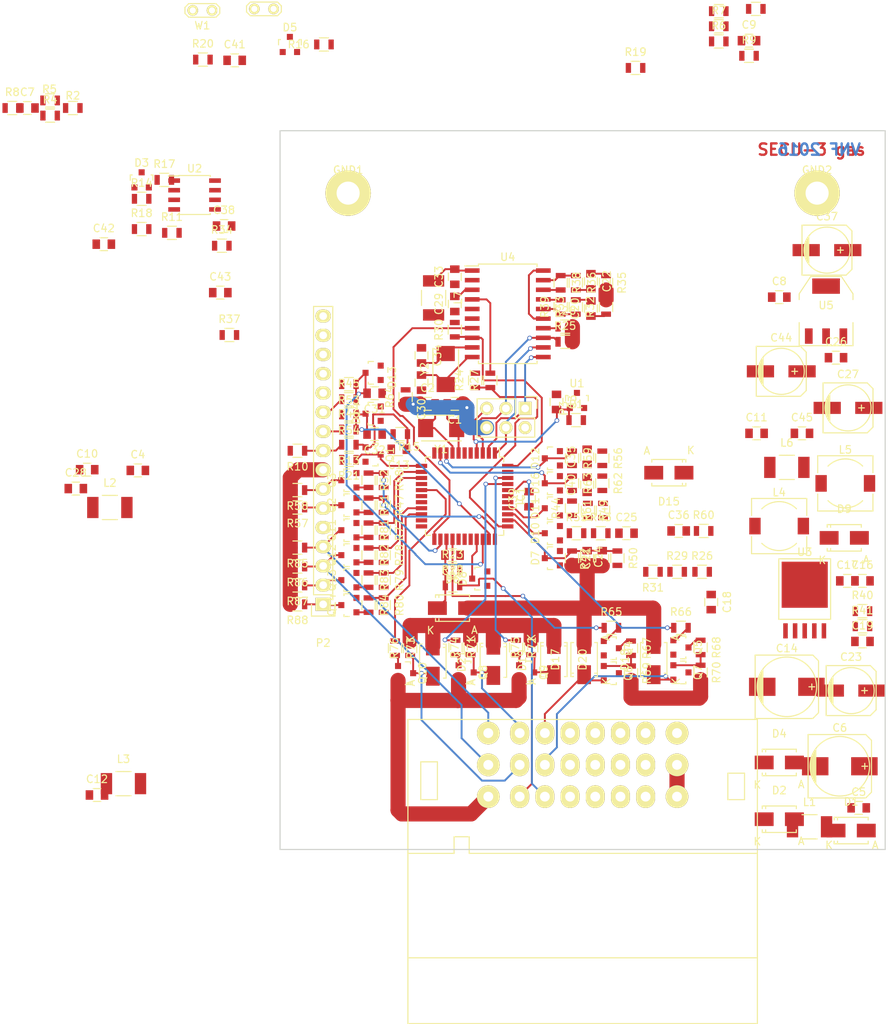
<source format=kicad_pcb>
(kicad_pcb (version 4) (host pcbnew 4.0.2-stable)
  (title_block (date 2015-04-20) (comment 2 POW))
  (layers (0 F.Cu signal) (31 B.Cu signal) (34 B.Paste user) (35 F.Paste user) (36 B.SilkS user) (37 F.SilkS user) (38 B.Mask user) (39 F.Mask user) (44 Edge.Cuts user))
  (net 0 "")
  (net 1 GND)
  (net 2 "Net-(C1-Pad2)")
  (net 3 "Net-(C2-Pad2)")
  (net 4 RES)
  (net 5 "Net-(C4-Pad2)")
  (net 6 +VS)
  (net 7 "Net-(C7-Pad1)")
  (net 8 "Net-(C7-Pad2)")
  (net 9 +5V)
  (net 10 "Net-(C9-Pad1)")
  (net 11 "Net-(C9-Pad2)")
  (net 12 GNDA)
  (net 13 "Net-(C10-Pad2)")
  (net 14 +12V)
  (net 15 map_vcc)
  (net 16 "Net-(C13-Pad1)")
  (net 17 "Net-(C15-Pad2)")
  (net 18 "Net-(C16-Pad1)")
  (net 19 "Net-(C16-Pad2)")
  (net 20 "Net-(C18-Pad2)")
  (net 21 "Net-(C19-Pad1)")
  (net 22 KS2)
  (net 23 "Net-(C20-Pad2)")
  (net 24 "Net-(C21-Pad2)")
  (net 25 KS1)
  (net 26 "Net-(C22-Pad2)")
  (net 27 "Net-(C25-Pad2)")
  (net 28 +6V)
  (net 29 "Net-(C28-Pad2)")
  (net 30 "Net-(C29-Pad2)")
  (net 31 "Net-(C30-Pad2)")
  (net 32 ADI_1)
  (net 33 ADI_2)
  (net 34 "Net-(C33-Pad2)")
  (net 35 "Net-(C34-Pad2)")
  (net 36 RXD)
  (net 37 "Net-(C36-Pad2)")
  (net 38 TXD)
  (net 39 "Net-(D2-Pad2)")
  (net 40 FE_OUT)
  (net 41 IE_OUT)
  (net 42 STB_OUT)
  (net 43 CE_OUT)
  (net 44 FAN_OUT)
  (net 45 MOSI)
  (net 46 MISO)
  (net 47 SCK)
  (net 48 "Net-(IC1-Pad11)")
  (net 49 PHASE)
  (net 50 ign1)
  (net 51 ign2)
  (net 52 "Net-(IC1-Pad15)")
  (net 53 FAN)
  (net 54 ign3)
  (net 55 ign4)
  (net 56 "Net-(IC1-Pad21)")
  (net 57 "Net-(IC1-Pad22)")
  (net 58 "Net-(IC1-Pad23)")
  (net 59 ADO_1)
  (net 60 FE)
  (net 61 ADO_2)
  (net 62 "Net-(IC1-Pad34)")
  (net 63 IE)
  (net 64 STB)
  (net 65 CE)
  (net 66 "Net-(IC1-Pad43)")
  (net 67 "Net-(IC1-Pad44)")
  (net 68 IGN_OUT2)
  (net 69 sync1-)
  (net 70 sync1+)
  (net 71 GAS)
  (net 72 TX_OUT)
  (net 73 TEMP)
  (net 74 map_in)
  (net 75 KARB)
  (net 76 RX_IN)
  (net 77 IGN_OUT1)
  (net 78 IGN_OUT3)
  (net 79 IGN_OUT4)
  (net 80 ADD_OUT1)
  (net 81 ADD_OUT2)
  (net 82 PHASE_IN)
  (net 83 ADD_IN2)
  (net 84 ADD_IN1)
  (net 85 sync2+)
  (net 86 sync2-)
  (net 87 "Net-(Q2-Pad1)")
  (net 88 "Net-(Q3-Pad1)")
  (net 89 "Net-(Q4-Pad1)")
  (net 90 "Net-(Q4-Pad3)")
  (net 91 "Net-(Q5-Pad1)")
  (net 92 "Net-(Q5-Pad3)")
  (net 93 "Net-(Q6-Pad1)")
  (net 94 "Net-(Q7-Pad1)")
  (net 95 "Net-(Q8-Pad1)")
  (net 96 "Net-(Q9-Pad1)")
  (net 97 "Net-(Q10-Pad1)")
  (net 98 "Net-(Q11-Pad1)")
  (net 99 "Net-(Q12-Pad1)")
  (net 100 "Net-(Q13-Pad1)")
  (net 101 "Net-(Q14-Pad1)")
  (net 102 "Net-(R27-Pad2)")
  (net 103 "Net-(R33-Pad1)")
  (net 104 "Net-(R36-Pad1)")
  (net 105 "Net-(R38-Pad2)")
  (net 106 "Net-(R39-Pad2)")
  (net 107 "Net-(R40-Pad2)")
  (module Connectors_Amphenol_FCI:HCCPHPE24BKA90 (layer F.Cu) (at 100.005 131.316)
    (fp_text reference P1)
    (fp_text value HCCPHPE24BKA90)
    (pad 8C thru_hole oval (at -12.475 4.2 270) (size 3 3) (drill 1.3) (layers *.Cu *.Mask F.SilkS) (net 1 GND))
    (pad 1C thru_hole oval (at 12.475 4.2 270) (size 3 3) (drill 1.3) (layers *.Cu *.Mask F.SilkS) (net 6 +VS))
    (pad 7C thru_hole oval (at -8.325 4.2 270) (size 3 2.5) (drill 1.3) (layers *.Cu *.Mask F.SilkS) (net 43 CE_OUT))
    (pad 2C thru_hole oval (at 8.325 4.2 270) (size 3 2.5) (drill 1.3) (layers *.Cu *.Mask F.SilkS) (net 1 GND))
    (pad 6C thru_hole oval (at -4.995 4.2 270) (size 3 2.5) (drill 1.3) (layers *.Cu *.Mask F.SilkS) (net 71 GAS))
    (pad 3C thru_hole oval (at 4.995 4.2 270) (size 3 2.5) (drill 1.3) (layers *.Cu *.Mask F.SilkS) (net 25 KS1))
    (pad 5C thru_hole oval (at -1.665 4.2 270) (size 3 2.5) (drill 1.3) (layers *.Cu *.Mask F.SilkS) (net 69 sync1-))
    (pad 4C thru_hole oval (at 1.665 4.2 270) (size 3 2.5) (drill 1.3) (layers *.Cu *.Mask F.SilkS) (net 70 sync1+))
    (pad 8A thru_hole oval (at -12.475 -4.2 270) (size 3 3) (drill 1.3) (layers *.Cu *.Mask F.SilkS) (net 77 IGN_OUT1))
    (pad 1A thru_hole oval (at 12.475 -4.2 270) (size 3 3) (drill 1.3) (layers *.Cu *.Mask F.SilkS) (net 1 GND))
    (pad 7A thru_hole oval (at -8.325 -4.2 270) (size 3 2.5) (drill 1.3) (layers *.Cu *.Mask F.SilkS) (net 42 STB_OUT))
    (pad 2A thru_hole oval (at 8.325 -4.2 270) (size 3 2.5) (drill 1.3) (layers *.Cu *.Mask F.SilkS) (net 76 RX_IN))
    (pad 6A thru_hole oval (at -4.995 -4.2 270) (size 3 2.5) (drill 1.3) (layers *.Cu *.Mask F.SilkS) (net 40 FE_OUT))
    (pad 3A thru_hole oval (at 4.995 -4.2 270) (size 3 2.5) (drill 1.3) (layers *.Cu *.Mask F.SilkS) (net 72 TX_OUT))
    (pad 5A thru_hole oval (at -1.665 -4.2 270) (size 3 2.5) (drill 1.3) (layers *.Cu *.Mask F.SilkS) (net 73 TEMP))
    (pad 4A thru_hole oval (at 1.665 -4.2 270) (size 3 2.5) (drill 1.3) (layers *.Cu *.Mask F.SilkS) (net 1 GND))
    (pad 4B thru_hole oval (at 1.665 0 270) (size 3 2.5) (drill 1.3) (layers *.Cu *.Mask F.SilkS) (net 74 map_in))
    (pad 5B thru_hole oval (at -1.665 0 270) (size 3 2.5) (drill 1.3) (layers *.Cu *.Mask F.SilkS) (net 15 map_vcc))
    (pad 3B thru_hole oval (at 4.995 0 270) (size 3 2.5) (drill 1.3) (layers *.Cu *.Mask F.SilkS) (net 1 GND))
    (pad 6B thru_hole oval (at -4.995 0 270) (size 3 2.5) (drill 1.3) (layers *.Cu *.Mask F.SilkS) (net 41 IE_OUT))
    (pad 2B thru_hole oval (at 8.325 0 270) (size 3 2.5) (drill 1.3) (layers *.Cu *.Mask F.SilkS) (net 75 KARB))
    (pad 7B thru_hole oval (at -8.325 0 270) (size 3 2.5) (drill 1.3) (layers *.Cu *.Mask F.SilkS) (net 44 FAN_OUT))
    (pad 1B thru_hole oval (at 12.475 0 270) (size 3 3) (drill 1.3) (layers *.Cu *.Mask F.SilkS) (net 6 +VS))
    (pad 8B thru_hole oval (at -12.475 0 270) (size 3 3) (drill 1.3) (layers *.Cu *.Mask F.SilkS) (net 68 IGN_OUT2))
  )
  (module Capacitors_SMD:C_0805 (layer F.Cu) (at 83.1 83.6 180)
    (fp_text reference C1 (at 0 -2.1 180) (layer F.SilkS))
    (fp_text value 20p)
    (pad 1 smd rect (at -1 0 180) (size 1 1.25) (layers F.Cu F.Paste F.Mask) (net 1 GND))
    (pad 2 smd rect (at 1 0 180) (size 1 1.25) (layers F.Cu F.Paste F.Mask) (net 2 "Net-(C1-Pad2)"))
  )
  (module Capacitors_SMD:C_0805 (layer F.Cu) (at 79.5 83.6)
    (fp_text reference C2 (at 0 -2.1) (layer F.SilkS))
    (fp_text value 20p)
    (pad 1 smd rect (at -1 0) (size 1 1.25) (layers F.Cu F.Paste F.Mask) (net 1 GND))
    (pad 2 smd rect (at 1 0) (size 1 1.25) (layers F.Cu F.Paste F.Mask) (net 3 "Net-(C2-Pad2)"))
  )
  (module Capacitors_SMD:C_0805 (layer F.Cu) (at 96.55 83.35 270)
    (fp_text reference C3 (at 0 -2.1 270) (layer F.SilkS))
    (fp_text value 22n)
    (pad 1 smd rect (at -1 0 270) (size 1 1.25) (layers F.Cu F.Paste F.Mask) (net 1 GND))
    (pad 2 smd rect (at 1 0 270) (size 1 1.25) (layers F.Cu F.Paste F.Mask) (net 4 RES))
  )
  (module Capacitors_SMD:C_0805 (layer F.Cu) (at 41.2 92.4)
    (fp_text reference C4 (at 0 -2.1) (layer F.SilkS))
    (fp_text value 220n)
    (pad 1 smd rect (at -1 0) (size 1 1.25) (layers F.Cu F.Paste F.Mask) (net 1 GND))
    (pad 2 smd rect (at 1 0) (size 1 1.25) (layers F.Cu F.Paste F.Mask) (net 5 "Net-(C4-Pad2)"))
  )
  (module Capacitors_SMD:C_0805 (layer F.Cu) (at 136.5 137)
    (fp_text reference C5 (at 0 -2.1) (layer F.SilkS))
    (fp_text value 33n)
    (pad 1 smd rect (at -1 0) (size 1 1.25) (layers F.Cu F.Paste F.Mask) (net 6 +VS))
    (pad 2 smd rect (at 1 0) (size 1 1.25) (layers F.Cu F.Paste F.Mask) (net 1 GND))
  )
  (module Capacitors_SMD:c_elec_8x10.5 (layer F.Cu) (at 134 131.5)
    (fp_text reference C6 (at 0 -5.08) (layer F.SilkS))
    (fp_text value CP1)
    (pad 1 smd rect (at 3.2512 0) (size 3.50012 2.4003) (layers F.Cu F.Paste F.Mask) (net 6 +VS))
    (pad 2 smd rect (at -3.2512 0) (size 3.50012 2.4003) (layers F.Cu F.Paste F.Mask) (net 1 GND))
  )
  (module Capacitors_SMD:C_0805 (layer F.Cu) (at 26.6 44.5)
    (fp_text reference C7 (at 0 -2.1) (layer F.SilkS))
    (fp_text value 3.3n)
    (pad 1 smd rect (at -1 0) (size 1 1.25) (layers F.Cu F.Paste F.Mask) (net 7 "Net-(C7-Pad1)"))
    (pad 2 smd rect (at 1 0) (size 1 1.25) (layers F.Cu F.Paste F.Mask) (net 8 "Net-(C7-Pad2)"))
  )
  (module Capacitors_SMD:C_0805 (layer F.Cu) (at 126 69.5)
    (fp_text reference C8 (at 0 -2.1) (layer F.SilkS))
    (fp_text value 0805)
    (pad 1 smd rect (at -1 0) (size 1 1.25) (layers F.Cu F.Paste F.Mask) (net 1 GND))
    (pad 2 smd rect (at 1 0) (size 1 1.25) (layers F.Cu F.Paste F.Mask) (net 9 +5V))
  )
  (module Capacitors_SMD:C_0805 (layer F.Cu) (at 122 35.6)
    (fp_text reference C9 (at 0 -2.1) (layer F.SilkS))
    (fp_text value 3.3n)
    (pad 1 smd rect (at -1 0) (size 1 1.25) (layers F.Cu F.Paste F.Mask) (net 10 "Net-(C9-Pad1)"))
    (pad 2 smd rect (at 1 0) (size 1 1.25) (layers F.Cu F.Paste F.Mask) (net 11 "Net-(C9-Pad2)"))
  )
  (module Capacitors_SMD:C_0805 (layer F.Cu) (at 34.5 92.3)
    (fp_text reference C10 (at 0 -2.1) (layer F.SilkS))
    (fp_text value 0805)
    (pad 1 smd rect (at -1 0) (size 1 1.25) (layers F.Cu F.Paste F.Mask) (net 12 GNDA))
    (pad 2 smd rect (at 1 0) (size 1 1.25) (layers F.Cu F.Paste F.Mask) (net 13 "Net-(C10-Pad2)"))
  )
  (module Capacitors_SMD:C_0805 (layer F.Cu) (at 123 87.5)
    (fp_text reference C11 (at 0 -2.1) (layer F.SilkS))
    (fp_text value 33n)
    (pad 1 smd rect (at -1 0) (size 1 1.25) (layers F.Cu F.Paste F.Mask) (net 14 +12V))
    (pad 2 smd rect (at 1 0) (size 1 1.25) (layers F.Cu F.Paste F.Mask) (net 1 GND))
  )
  (module Capacitors_SMD:C_0805 (layer F.Cu) (at 35.8 135.3)
    (fp_text reference C12 (at 0 -2.1) (layer F.SilkS))
    (fp_text value 0805)
    (pad 1 smd rect (at -1 0) (size 1 1.25) (layers F.Cu F.Paste F.Mask) (net 12 GNDA))
    (pad 2 smd rect (at 1 0) (size 1 1.25) (layers F.Cu F.Paste F.Mask) (net 15 map_vcc))
  )
  (module Capacitors_SMD:C_0805 (layer F.Cu) (at 75.7 89.6 180)
    (fp_text reference C13 (at 0 -2.1 180) (layer F.SilkS))
    (fp_text value 3.3n)
    (pad 1 smd rect (at -1 0 180) (size 1 1.25) (layers F.Cu F.Paste F.Mask) (net 16 "Net-(C13-Pad1)"))
    (pad 2 smd rect (at 1 0 180) (size 1 1.25) (layers F.Cu F.Paste F.Mask) (net 1 GND))
  )
  (module Capacitors_SMD:c_elec_8x10.5 (layer F.Cu) (at 127 121)
    (fp_text reference C14 (at 0 -5.08) (layer F.SilkS))
    (fp_text value CP1)
    (pad 1 smd rect (at 3.2512 0) (size 3.50012 2.4003) (layers F.Cu F.Paste F.Mask) (net 14 +12V))
    (pad 2 smd rect (at -3.2512 0) (size 3.50012 2.4003) (layers F.Cu F.Paste F.Mask) (net 1 GND))
  )
  (module Capacitors_SMD:C_0805 (layer F.Cu) (at 82.8 103.6 180)
    (fp_text reference C15 (at 0 -2.1 180) (layer F.SilkS))
    (fp_text value 220n)
    (pad 1 smd rect (at -1 0 180) (size 1 1.25) (layers F.Cu F.Paste F.Mask) (net 1 GND))
    (pad 2 smd rect (at 1 0 180) (size 1 1.25) (layers F.Cu F.Paste F.Mask) (net 17 "Net-(C15-Pad2)"))
  )
  (module Capacitors_SMD:C_0805 (layer F.Cu) (at 137 107)
    (fp_text reference C16 (at 0 -2.1) (layer F.SilkS))
    (fp_text value 10u)
    (pad 1 smd rect (at -1 0) (size 1 1.25) (layers F.Cu F.Paste F.Mask) (net 18 "Net-(C16-Pad1)"))
    (pad 2 smd rect (at 1 0) (size 1 1.25) (layers F.Cu F.Paste F.Mask) (net 19 "Net-(C16-Pad2)"))
  )
  (module Capacitors_SMD:C_0805 (layer F.Cu) (at 135 107)
    (fp_text reference C17 (at 0 -2.1) (layer F.SilkS))
    (fp_text value 10u)
    (pad 1 smd rect (at -1 0) (size 1 1.25) (layers F.Cu F.Paste F.Mask) (net 18 "Net-(C16-Pad1)"))
    (pad 2 smd rect (at 1 0) (size 1 1.25) (layers F.Cu F.Paste F.Mask) (net 19 "Net-(C16-Pad2)"))
  )
  (module Capacitors_SMD:C_0805 (layer F.Cu) (at 117 109.8 270)
    (fp_text reference C18 (at 0 -2.1 270) (layer F.SilkS))
    (fp_text value 220n)
    (pad 1 smd rect (at -1 0 270) (size 1 1.25) (layers F.Cu F.Paste F.Mask) (net 1 GND))
    (pad 2 smd rect (at 1 0 270) (size 1 1.25) (layers F.Cu F.Paste F.Mask) (net 20 "Net-(C18-Pad2)"))
  )
  (module Capacitors_SMD:C_0805 (layer F.Cu) (at 137 115)
    (fp_text reference C19 (at 0 -2.1) (layer F.SilkS))
    (fp_text value 33n)
    (pad 1 smd rect (at -1 0) (size 1 1.25) (layers F.Cu F.Paste F.Mask) (net 21 "Net-(C19-Pad1)"))
    (pad 2 smd rect (at 1 0) (size 1 1.25) (layers F.Cu F.Paste F.Mask) (net 1 GND))
  )
  (module Capacitors_SMD:C_0805 (layer F.Cu) (at 101.1 71 90)
    (fp_text reference C20 (at 0 -2.1 90) (layer F.SilkS))
    (fp_text value 3.3n)
    (pad 1 smd rect (at -1 0 90) (size 1 1.25) (layers F.Cu F.Paste F.Mask) (net 22 KS2))
    (pad 2 smd rect (at 1 0 90) (size 1 1.25) (layers F.Cu F.Paste F.Mask) (net 23 "Net-(C20-Pad2)"))
  )
  (module Capacitors_SMD:C_0805 (layer F.Cu) (at 102.6 104 90)
    (fp_text reference C21 (at 0 -2.1 90) (layer F.SilkS))
    (fp_text value 220n)
    (pad 1 smd rect (at -1 0 90) (size 1 1.25) (layers F.Cu F.Paste F.Mask) (net 1 GND))
    (pad 2 smd rect (at 1 0 90) (size 1 1.25) (layers F.Cu F.Paste F.Mask) (net 24 "Net-(C21-Pad2)"))
  )
  (module Capacitors_SMD:C_0805 (layer F.Cu) (at 101.1 67.4 270)
    (fp_text reference C22 (at 0 -2.1 270) (layer F.SilkS))
    (fp_text value 3.3n)
    (pad 1 smd rect (at -1 0 270) (size 1 1.25) (layers F.Cu F.Paste F.Mask) (net 25 KS1))
    (pad 2 smd rect (at 1 0 270) (size 1 1.25) (layers F.Cu F.Paste F.Mask) (net 26 "Net-(C22-Pad2)"))
  )
  (module Capacitors_SMD:c_elec_6.3x4.5 (layer F.Cu) (at 135.5 121.5)
    (fp_text reference C23 (at 0 -4.445) (layer F.SilkS))
    (fp_text value CP1)
    (pad 1 smd rect (at 2.75082 0) (size 3.59918 1.6002) (layers F.Cu F.Paste F.Mask) (net 21 "Net-(C19-Pad1)"))
    (pad 2 smd rect (at -2.75082 0) (size 3.59918 1.6002) (layers F.Cu F.Paste F.Mask) (net 1 GND))
  )
  (module Capacitors_SMD:C_0805 (layer F.Cu) (at 100.6 104 90)
    (fp_text reference C24 (at 0.1906 1.5 90) (layer F.SilkS))
    (fp_text value 220n)
    (pad 1 smd rect (at -1 0 90) (size 1 1.25) (layers F.Cu F.Paste F.Mask) (net 1 GND))
    (pad 2 smd rect (at 1 0 90) (size 1 1.25) (layers F.Cu F.Paste F.Mask) (net 24 "Net-(C21-Pad2)"))
  )
  (module Capacitors_SMD:C_0805 (layer F.Cu) (at 105.8 100.7)
    (fp_text reference C25 (at 0 -2.1) (layer F.SilkS))
    (fp_text value 220n)
    (pad 1 smd rect (at -1 0) (size 1 1.25) (layers F.Cu F.Paste F.Mask) (net 1 GND))
    (pad 2 smd rect (at 1 0) (size 1 1.25) (layers F.Cu F.Paste F.Mask) (net 27 "Net-(C25-Pad2)"))
  )
  (module Capacitors_SMD:C_0805 (layer F.Cu) (at 133.5 77.5)
    (fp_text reference C26 (at 0 -2.1) (layer F.SilkS))
    (fp_text value 33n)
    (pad 1 smd rect (at -1 0) (size 1 1.25) (layers F.Cu F.Paste F.Mask) (net 28 +6V))
    (pad 2 smd rect (at 1 0) (size 1 1.25) (layers F.Cu F.Paste F.Mask) (net 1 GND))
  )
  (module Capacitors_SMD:c_elec_6.3x4.5 (layer F.Cu) (at 135.0875 84.1339)
    (fp_text reference C27 (at 0 -4.445) (layer F.SilkS))
    (fp_text value CP1)
    (pad 1 smd rect (at 2.75082 0) (size 3.59918 1.6002) (layers F.Cu F.Paste F.Mask) (net 28 +6V))
    (pad 2 smd rect (at -2.75082 0) (size 3.59918 1.6002) (layers F.Cu F.Paste F.Mask) (net 1 GND))
  )
  (module Capacitors_SMD:C_0805 (layer F.Cu) (at 33 94.8)
    (fp_text reference C28 (at 0 -2.1) (layer F.SilkS))
    (fp_text value 220n)
    (pad 1 smd rect (at -1 0) (size 1 1.25) (layers F.Cu F.Paste F.Mask) (net 1 GND))
    (pad 2 smd rect (at 1 0) (size 1 1.25) (layers F.Cu F.Paste F.Mask) (net 29 "Net-(C28-Pad2)"))
  )
  (module Capacitors_SMD:C_0805 (layer F.Cu) (at 83.1 70.4 90)
    (fp_text reference C29 (at 0 -2.1 90) (layer F.SilkS))
    (fp_text value 22n)
    (pad 1 smd rect (at -1 0 90) (size 1 1.25) (layers F.Cu F.Paste F.Mask) (net 12 GNDA))
    (pad 2 smd rect (at 1 0 90) (size 1 1.25) (layers F.Cu F.Paste F.Mask) (net 30 "Net-(C29-Pad2)"))
  )
  (module Capacitors_SMD:C_0805 (layer F.Cu) (at 78.7 80.8 90)
    (fp_text reference C30 (at -3.5 0 90) (layer F.SilkS))
    (fp_text value 0805)
    (pad 1 smd rect (at -1 0 90) (size 1 1.25) (layers F.Cu F.Paste F.Mask) (net 12 GNDA))
    (pad 2 smd rect (at 1 0 90) (size 1 1.25) (layers F.Cu F.Paste F.Mask) (net 31 "Net-(C30-Pad2)"))
  )
  (module Capacitors_SMD:C_0805 (layer F.Cu) (at 72.5 82.2 180)
    (fp_text reference C31 (at 0 -2.1 180) (layer F.SilkS))
    (fp_text value 220n)
    (pad 1 smd rect (at -1 0 180) (size 1 1.25) (layers F.Cu F.Paste F.Mask) (net 1 GND))
    (pad 2 smd rect (at 1 0 180) (size 1 1.25) (layers F.Cu F.Paste F.Mask) (net 32 ADI_1))
  )
  (module Capacitors_SMD:C_0805 (layer F.Cu) (at 72.5 87.6 180)
    (fp_text reference C32 (at 0 -2.1 180) (layer F.SilkS))
    (fp_text value 220n)
    (pad 1 smd rect (at -1 0 180) (size 1 1.25) (layers F.Cu F.Paste F.Mask) (net 1 GND))
    (pad 2 smd rect (at 1 0 180) (size 1 1.25) (layers F.Cu F.Paste F.Mask) (net 33 ADI_2))
  )
  (module Capacitors_SMD:C_0805 (layer F.Cu) (at 83.1 66.8 90)
    (fp_text reference C33 (at 0 -2.1 90) (layer F.SilkS))
    (fp_text value 220n)
    (pad 1 smd rect (at -1 0 90) (size 1 1.25) (layers F.Cu F.Paste F.Mask) (net 12 GNDA))
    (pad 2 smd rect (at 1 0 90) (size 1 1.25) (layers F.Cu F.Paste F.Mask) (net 34 "Net-(C33-Pad2)"))
  )
  (module Capacitors_SMD:C_0805 (layer F.Cu) (at 78.7 77.2 270)
    (fp_text reference C34 (at 0 -2.1 270) (layer F.SilkS))
    (fp_text value 0805)
    (pad 1 smd rect (at -1 0 270) (size 1 1.25) (layers F.Cu F.Paste F.Mask) (net 12 GNDA))
    (pad 2 smd rect (at 1 0 270) (size 1 1.25) (layers F.Cu F.Paste F.Mask) (net 35 "Net-(C34-Pad2)"))
  )
  (module Capacitors_SMD:C_0805 (layer F.Cu) (at 100.6 90.6 90)
    (fp_text reference C35 (at 0 -2.1 90) (layer F.SilkS))
    (fp_text value 16p)
    (pad 1 smd rect (at -1 0 90) (size 1 1.25) (layers F.Cu F.Paste F.Mask) (net 1 GND))
    (pad 2 smd rect (at 1 0 90) (size 1 1.25) (layers F.Cu F.Paste F.Mask) (net 36 RXD))
  )
  (module Capacitors_SMD:C_0805 (layer F.Cu) (at 112.7 100.4)
    (fp_text reference C36 (at 0 -2.1) (layer F.SilkS))
    (fp_text value 220n)
    (pad 1 smd rect (at -1 0) (size 1 1.25) (layers F.Cu F.Paste F.Mask) (net 1 GND))
    (pad 2 smd rect (at 1 0) (size 1 1.25) (layers F.Cu F.Paste F.Mask) (net 37 "Net-(C36-Pad2)"))
  )
  (module Capacitors_SMD:c_elec_6.3x4.5 (layer F.Cu) (at 132.3067 63.2837)
    (fp_text reference C37 (at 0 -4.445) (layer F.SilkS))
    (fp_text value CP1)
    (pad 1 smd rect (at 2.75082 0) (size 3.59918 1.6002) (layers F.Cu F.Paste F.Mask) (net 9 +5V))
    (pad 2 smd rect (at -2.75082 0) (size 3.59918 1.6002) (layers F.Cu F.Paste F.Mask) (net 1 GND))
  )
  (module Capacitors_SMD:C_0805 (layer F.Cu) (at 52.6 60.1)
    (fp_text reference C38 (at 0 -2.1) (layer F.SilkS))
    (fp_text value 33n)
    (pad 1 smd rect (at -1 0) (size 1 1.25) (layers F.Cu F.Paste F.Mask) (net 9 +5V))
    (pad 2 smd rect (at 1 0) (size 1 1.25) (layers F.Cu F.Paste F.Mask) (net 1 GND))
  )
  (module Capacitors_SMD:C_0805 (layer F.Cu) (at 92.9 96.2 90)
    (fp_text reference C39 (at 0 -2.1 90) (layer F.SilkS))
    (fp_text value 33n)
    (pad 1 smd rect (at -1 0 90) (size 1 1.25) (layers F.Cu F.Paste F.Mask) (net 9 +5V))
    (pad 2 smd rect (at 1 0 90) (size 1 1.25) (layers F.Cu F.Paste F.Mask) (net 1 GND))
  )
  (module Capacitors_SMD:C_0805 (layer F.Cu) (at 100.6 94.3 90)
    (fp_text reference C40 (at 0 -2.1 90) (layer F.SilkS))
    (fp_text value 16p)
    (pad 1 smd rect (at -1 0 90) (size 1 1.25) (layers F.Cu F.Paste F.Mask) (net 1 GND))
    (pad 2 smd rect (at 1 0 90) (size 1 1.25) (layers F.Cu F.Paste F.Mask) (net 38 TXD))
  )
  (module Capacitors_SMD:C_0805 (layer F.Cu) (at 54 38.2)
    (fp_text reference C41 (at 0 -2.1) (layer F.SilkS))
    (fp_text value 33n)
    (pad 1 smd rect (at -1 0) (size 1 1.25) (layers F.Cu F.Paste F.Mask) (net 9 +5V))
    (pad 2 smd rect (at 1 0) (size 1 1.25) (layers F.Cu F.Paste F.Mask) (net 1 GND))
  )
  (module Capacitors_SMD:C_0805 (layer F.Cu) (at 36.7 62.5)
    (fp_text reference C42 (at 0 -2.1) (layer F.SilkS))
    (fp_text value 33n)
    (pad 1 smd rect (at -1 0) (size 1 1.25) (layers F.Cu F.Paste F.Mask) (net 9 +5V))
    (pad 2 smd rect (at 1 0) (size 1 1.25) (layers F.Cu F.Paste F.Mask) (net 1 GND))
  )
  (module Capacitors_SMD:C_0805 (layer F.Cu) (at 52.1 68.9)
    (fp_text reference C43 (at 0 -2.1) (layer F.SilkS))
    (fp_text value 33n)
    (pad 1 smd rect (at -1 0) (size 1 1.25) (layers F.Cu F.Paste F.Mask) (net 9 +5V))
    (pad 2 smd rect (at 1 0) (size 1 1.25) (layers F.Cu F.Paste F.Mask) (net 1 GND))
  )
  (module Capacitors_SMD:c_elec_6.3x4.5 (layer F.Cu) (at 126.261 79.3055)
    (fp_text reference C44 (at 0 -4.445) (layer F.SilkS))
    (fp_text value CP1)
    (pad 1 smd rect (at 2.75082 0) (size 3.59918 1.6002) (layers F.Cu F.Paste F.Mask) (net 28 +6V))
    (pad 2 smd rect (at -2.75082 0) (size 3.59918 1.6002) (layers F.Cu F.Paste F.Mask) (net 1 GND))
  )
  (module Capacitors_SMD:C_0805 (layer F.Cu) (at 129 87.5)
    (fp_text reference C45 (at 0 -2.1) (layer F.SilkS))
    (fp_text value 33n)
    (pad 1 smd rect (at -1 0) (size 1 1.25) (layers F.Cu F.Paste F.Mask) (net 28 +6V))
    (pad 2 smd rect (at 1 0) (size 1 1.25) (layers F.Cu F.Paste F.Mask) (net 1 GND))
  )
  (module Diodes_SMD:SMA_Standard (layer F.Cu) (at 135.5 140)
    (fp_text reference D1 (at 0 -3.81) (layer F.SilkS))
    (fp_text value TVS)
    (fp_text user K (at -2.9194 1.9336) (layer F.SilkS))
    (fp_text user A (at 3.1806 1.9336) (layer F.SilkS))
    (pad 1 smd rect (at -1.99898 0) (size 2.49936 1.80086) (layers F.Cu F.Paste F.Mask) (net 6 +VS))
    (pad 2 smd rect (at 1.99898 0) (size 2.49936 1.80086) (layers F.Cu F.Paste F.Mask) (net 1 GND))
  )
  (module Diodes_SMD:SMA_Standard (layer F.Cu) (at 126 138.5)
    (fp_text reference D2 (at 0 -3.81) (layer F.SilkS))
    (fp_text value SN13)
    (fp_text user K (at -2.9 2.95) (layer F.SilkS))
    (fp_text user A (at 2.9 2.9) (layer F.SilkS))
    (pad 1 smd rect (at -1.99898 0) (size 2.49936 1.80086) (layers F.Cu F.Paste F.Mask) (net 14 +12V))
    (pad 2 smd rect (at 1.99898 0) (size 2.49936 1.80086) (layers F.Cu F.Paste F.Mask) (net 39 "Net-(D2-Pad2)"))
  )
  (module TO_SOT_Packages_SMD:SOT-23 (layer F.Cu) (at 41.7 54)
    (fp_text reference D3 (at 0 -2.25) (layer F.SilkS))
    (fp_text value BAT54S)
    (pad 1 smd rect (at -0.95 1.00076) (size 0.8001 0.8001) (layers F.Cu F.Paste F.Mask) (net 8 "Net-(C7-Pad2)"))
    (pad 2 smd rect (at 0.95 1.00076) (size 0.8001 0.8001) (layers F.Cu F.Paste F.Mask) (net 8 "Net-(C7-Pad2)"))
    (pad 3 smd rect (at 0 -0.99822) (size 0.8001 0.8001) (layers F.Cu F.Paste F.Mask) (net 7 "Net-(C7-Pad1)"))
  )
  (module Diodes_SMD:SMA_Standard (layer F.Cu) (at 126 131)
    (fp_text reference D4 (at 0 -3.81) (layer F.SilkS))
    (fp_text value SN13)
    (fp_text user K (at -2.9 2.95) (layer F.SilkS))
    (fp_text user A (at 2.9 2.9) (layer F.SilkS))
    (pad 1 smd rect (at -1.99898 0) (size 2.49936 1.80086) (layers F.Cu F.Paste F.Mask) (net 14 +12V))
    (pad 2 smd rect (at 1.99898 0) (size 2.49936 1.80086) (layers F.Cu F.Paste F.Mask) (net 1 GND))
  )
  (module TO_SOT_Packages_SMD:SOT-23 (layer F.Cu) (at 61.3 36.1)
    (fp_text reference D5 (at 0 -2.25) (layer F.SilkS))
    (fp_text value BAT54S)
    (pad 1 smd rect (at -0.95 1.00076) (size 0.8001 0.8001) (layers F.Cu F.Paste F.Mask) (net 11 "Net-(C9-Pad2)"))
    (pad 2 smd rect (at 0.95 1.00076) (size 0.8001 0.8001) (layers F.Cu F.Paste F.Mask) (net 11 "Net-(C9-Pad2)"))
    (pad 3 smd rect (at 0 -0.99822) (size 0.8001 0.8001) (layers F.Cu F.Paste F.Mask) (net 10 "Net-(C9-Pad1)"))
  )
  (module Diodes_SMD:SMA_Standard (layer F.Cu) (at 82.8 110.6)
    (fp_text reference D6 (at 0 -3.81) (layer F.SilkS))
    (fp_text value BZV55)
    (fp_text user K (at -2.9 2.95) (layer F.SilkS))
    (fp_text user A (at 2.9 2.9) (layer F.SilkS))
    (pad 1 smd rect (at -1.99898 0) (size 2.49936 1.80086) (layers F.Cu F.Paste F.Mask) (net 17 "Net-(C15-Pad2)"))
    (pad 2 smd rect (at 1.99898 0) (size 2.49936 1.80086) (layers F.Cu F.Paste F.Mask) (net 1 GND))
  )
  (module TO_SOT_Packages_SMD:SOT-23 (layer F.Cu) (at 96 104 90)
    (fp_text reference D7 (at 0 -2.25 90) (layer F.SilkS))
    (fp_text value BAT54S)
    (pad 1 smd rect (at -0.95 1.00076 90) (size 0.8001 0.8001) (layers F.Cu F.Paste F.Mask) (net 1 GND))
    (pad 2 smd rect (at 0.95 1.00076 90) (size 0.8001 0.8001) (layers F.Cu F.Paste F.Mask) (net 9 +5V))
    (pad 3 smd rect (at 0 -0.99822 90) (size 0.8001 0.8001) (layers F.Cu F.Paste F.Mask) (net 24 "Net-(C21-Pad2)"))
  )
  (module TO_SOT_Packages_SMD:SOT-23 (layer F.Cu) (at 86.4 106.7 90)
    (fp_text reference D8 (at 0 -2.25 90) (layer F.SilkS))
    (fp_text value BAT54S)
    (pad 1 smd rect (at -0.95 1.00076 90) (size 0.8001 0.8001) (layers F.Cu F.Paste F.Mask) (net 1 GND))
    (pad 2 smd rect (at 0.95 1.00076 90) (size 0.8001 0.8001) (layers F.Cu F.Paste F.Mask) (net 9 +5V))
    (pad 3 smd rect (at 0 -0.99822 90) (size 0.8001 0.8001) (layers F.Cu F.Paste F.Mask) (net 20 "Net-(C18-Pad2)"))
  )
  (module Diodes_SMD:SMA_Standard (layer F.Cu) (at 134.5892 101.3134)
    (fp_text reference D9 (at 0 -3.81) (layer F.SilkS))
    (fp_text value SN13)
    (fp_text user K (at -2.9 2.95) (layer F.SilkS))
    (fp_text user A (at 2.9 2.9) (layer F.SilkS))
    (pad 1 smd rect (at -1.99898 0) (size 2.49936 1.80086) (layers F.Cu F.Paste F.Mask) (net 21 "Net-(C19-Pad1)"))
    (pad 2 smd rect (at 1.99898 0) (size 2.49936 1.80086) (layers F.Cu F.Paste F.Mask) (net 19 "Net-(C16-Pad2)"))
  )
  (module TO_SOT_Packages_SMD:SOT-23 (layer F.Cu) (at 96 100.7 90)
    (fp_text reference D10 (at 0 -2.25 90) (layer F.SilkS))
    (fp_text value BAT54S)
    (pad 1 smd rect (at -0.95 1.00076 90) (size 0.8001 0.8001) (layers F.Cu F.Paste F.Mask) (net 1 GND))
    (pad 2 smd rect (at 0.95 1.00076 90) (size 0.8001 0.8001) (layers F.Cu F.Paste F.Mask) (net 9 +5V))
    (pad 3 smd rect (at 0 -0.99822 90) (size 0.8001 0.8001) (layers F.Cu F.Paste F.Mask) (net 27 "Net-(C25-Pad2)"))
  )
  (module TO_SOT_Packages_SMD:SOT-23 (layer F.Cu) (at 96 97.4 90)
    (fp_text reference D11 (at 0 -2.25 90) (layer F.SilkS))
    (fp_text value BAT54S)
    (pad 1 smd rect (at -0.95 1.00076 90) (size 0.8001 0.8001) (layers F.Cu F.Paste F.Mask) (net 1 GND))
    (pad 2 smd rect (at 0.95 1.00076 90) (size 0.8001 0.8001) (layers F.Cu F.Paste F.Mask) (net 9 +5V))
    (pad 3 smd rect (at 0 -0.99822 90) (size 0.8001 0.8001) (layers F.Cu F.Paste F.Mask) (net 29 "Net-(C28-Pad2)"))
  )
  (module TO_SOT_Packages_SMD:SOT-23 (layer F.Cu) (at 96 90.8 90)
    (fp_text reference D12 (at 0 -2.25 90) (layer F.SilkS))
    (fp_text value BAT54S)
    (pad 1 smd rect (at -0.95 1.00076 90) (size 0.8001 0.8001) (layers F.Cu F.Paste F.Mask) (net 1 GND))
    (pad 2 smd rect (at 0.95 1.00076 90) (size 0.8001 0.8001) (layers F.Cu F.Paste F.Mask) (net 9 +5V))
    (pad 3 smd rect (at 0 -0.99822 90) (size 0.8001 0.8001) (layers F.Cu F.Paste F.Mask) (net 36 RXD))
  )
  (module TO_SOT_Packages_SMD:SOT-23 (layer F.Cu) (at 72.3 79.5 90)
    (fp_text reference D13 (at -0.59 2.4983 90) (layer F.SilkS))
    (fp_text value BAT54S)
    (pad 1 smd rect (at -0.95 1.00076 90) (size 0.8001 0.8001) (layers F.Cu F.Paste F.Mask) (net 1 GND))
    (pad 2 smd rect (at 0.95 1.00076 90) (size 0.8001 0.8001) (layers F.Cu F.Paste F.Mask) (net 9 +5V))
    (pad 3 smd rect (at 0 -0.99822 90) (size 0.8001 0.8001) (layers F.Cu F.Paste F.Mask) (net 32 ADI_1))
  )
  (module TO_SOT_Packages_SMD:SOT-23 (layer F.Cu) (at 72.3 84.9 90)
    (fp_text reference D14 (at 0 -2.25 90) (layer F.SilkS))
    (fp_text value BAT54S)
    (pad 1 smd rect (at -0.95 1.00076 90) (size 0.8001 0.8001) (layers F.Cu F.Paste F.Mask) (net 1 GND))
    (pad 2 smd rect (at 0.95 1.00076 90) (size 0.8001 0.8001) (layers F.Cu F.Paste F.Mask) (net 9 +5V))
    (pad 3 smd rect (at 0 -0.99822 90) (size 0.8001 0.8001) (layers F.Cu F.Paste F.Mask) (net 33 ADI_2))
  )
  (module Diodes_SMD:SMA_Standard (layer F.Cu) (at 111.4 92.7 180)
    (fp_text reference D15 (at 0 -3.81 180) (layer F.SilkS))
    (fp_text value BZV55)
    (fp_text user K (at -2.9 2.95 180) (layer F.SilkS))
    (fp_text user A (at 2.9 2.9 180) (layer F.SilkS))
    (pad 1 smd rect (at -1.99898 0 180) (size 2.49936 1.80086) (layers F.Cu F.Paste F.Mask) (net 37 "Net-(C36-Pad2)"))
    (pad 2 smd rect (at 1.99898 0 180) (size 2.49936 1.80086) (layers F.Cu F.Paste F.Mask) (net 1 GND))
  )
  (module TO_SOT_Packages_SMD:SOT-23 (layer F.Cu) (at 96 94.1 90)
    (fp_text reference D16 (at 0 -2.25 90) (layer F.SilkS))
    (fp_text value BAT54S)
    (pad 1 smd rect (at -0.95 1.00076 90) (size 0.8001 0.8001) (layers F.Cu F.Paste F.Mask) (net 1 GND))
    (pad 2 smd rect (at 0.95 1.00076 90) (size 0.8001 0.8001) (layers F.Cu F.Paste F.Mask) (net 9 +5V))
    (pad 3 smd rect (at 0 -0.99822 90) (size 0.8001 0.8001) (layers F.Cu F.Paste F.Mask) (net 38 TXD))
  )
  (module Diodes_SMD:SMA_Standard (layer F.Cu) (at 100.2 117.4 90)
    (fp_text reference D17 (at 0 -3.81 90) (layer F.SilkS))
    (fp_text value SN13)
    (fp_text user K (at -2.9 2.95 90) (layer F.SilkS))
    (fp_text user A (at 2.9 2.9 90) (layer F.SilkS))
    (pad 1 smd rect (at -1.99898 0 90) (size 2.49936 1.80086) (layers F.Cu F.Paste F.Mask) (net 40 FE_OUT))
    (pad 2 smd rect (at 1.99898 0 90) (size 2.49936 1.80086) (layers F.Cu F.Paste F.Mask) (net 1 GND))
  )
  (module Diodes_SMD:SMA_Standard (layer F.Cu) (at 109.4 117.4 90)
    (fp_text reference D18 (at 0 -3.81 90) (layer F.SilkS))
    (fp_text value SN13)
    (fp_text user K (at -2.9 2.95 90) (layer F.SilkS))
    (fp_text user A (at 2.9 2.9 90) (layer F.SilkS))
    (pad 1 smd rect (at -1.99898 0 90) (size 2.49936 1.80086) (layers F.Cu F.Paste F.Mask) (net 41 IE_OUT))
    (pad 2 smd rect (at 1.99898 0 90) (size 2.49936 1.80086) (layers F.Cu F.Paste F.Mask) (net 1 GND))
  )
  (module Diodes_SMD:SMA_Standard (layer F.Cu) (at 88.2 117.5 270)
    (fp_text reference D19 (at 0 -3.81 270) (layer F.SilkS))
    (fp_text value SN13)
    (fp_text user K (at -2.9 2.95 270) (layer F.SilkS))
    (fp_text user A (at 2.9 2.9 270) (layer F.SilkS))
    (pad 1 smd rect (at -1.99898 0 270) (size 2.49936 1.80086) (layers F.Cu F.Paste F.Mask) (net 6 +VS))
    (pad 2 smd rect (at 1.99898 0 270) (size 2.49936 1.80086) (layers F.Cu F.Paste F.Mask) (net 42 STB_OUT))
  )
  (module Diodes_SMD:SMA_Standard (layer F.Cu) (at 96.2 117.4 270)
    (fp_text reference D20 (at 0 -3.81 270) (layer F.SilkS))
    (fp_text value SN13)
    (fp_text user K (at -2.9 2.95 270) (layer F.SilkS))
    (fp_text user A (at 2.9 2.9 270) (layer F.SilkS))
    (pad 1 smd rect (at -1.99898 0 270) (size 2.49936 1.80086) (layers F.Cu F.Paste F.Mask) (net 6 +VS))
    (pad 2 smd rect (at 1.99898 0 270) (size 2.49936 1.80086) (layers F.Cu F.Paste F.Mask) (net 43 CE_OUT))
  )
  (module Diodes_SMD:SMA_Standard (layer F.Cu) (at 80.2 117.6 270)
    (fp_text reference D21 (at 0 -3.81 270) (layer F.SilkS))
    (fp_text value SN13)
    (fp_text user K (at -2.9 2.95 270) (layer F.SilkS))
    (fp_text user A (at 2.9 2.9 270) (layer F.SilkS))
    (pad 1 smd rect (at -1.99898 0 270) (size 2.49936 1.80086) (layers F.Cu F.Paste F.Mask) (net 6 +VS))
    (pad 2 smd rect (at 1.99898 0 270) (size 2.49936 1.80086) (layers F.Cu F.Paste F.Mask) (net 44 FAN_OUT))
  )
  (module Housings_QFP:TQFP-44_10x10mm_Pitch0.8mm (layer F.Cu) (at 84.4 95.8 270)
    (fp_text reference IC1 (at 0 -7.45 270) (layer F.SilkS))
    (fp_text value ATMEGA1284-A)
    (pad 1 smd rect (at -5.7 -4 270) (size 1.5 0.55) (layers F.Cu F.Paste F.Mask) (net 45 MOSI))
    (pad 2 smd rect (at -5.7 -3.2 270) (size 1.5 0.55) (layers F.Cu F.Paste F.Mask) (net 46 MISO))
    (pad 3 smd rect (at -5.7 -2.4 270) (size 1.5 0.55) (layers F.Cu F.Paste F.Mask) (net 47 SCK))
    (pad 4 smd rect (at -5.7 -1.6 270) (size 1.5 0.55) (layers F.Cu F.Paste F.Mask) (net 4 RES))
    (pad 5 smd rect (at -5.7 -0.8 270) (size 1.5 0.55) (layers F.Cu F.Paste F.Mask) (net 9 +5V))
    (pad 6 smd rect (at -5.7 0 270) (size 1.5 0.55) (layers F.Cu F.Paste F.Mask) (net 1 GND))
    (pad 7 smd rect (at -5.7 0.8 270) (size 1.5 0.55) (layers F.Cu F.Paste F.Mask) (net 2 "Net-(C1-Pad2)"))
    (pad 8 smd rect (at -5.7 1.6 270) (size 1.5 0.55) (layers F.Cu F.Paste F.Mask) (net 3 "Net-(C2-Pad2)"))
    (pad 9 smd rect (at -5.7 2.4 270) (size 1.5 0.55) (layers F.Cu F.Paste F.Mask) (net 36 RXD))
    (pad 10 smd rect (at -5.7 3.2 270) (size 1.5 0.55) (layers F.Cu F.Paste F.Mask) (net 38 TXD))
    (pad 11 smd rect (at -5.7 4 270) (size 1.5 0.55) (layers F.Cu F.Paste F.Mask) (net 48 "Net-(IC1-Pad11)"))
    (pad 12 smd rect (at -4 5.7) (size 1.5 0.55) (layers F.Cu F.Paste F.Mask) (net 49 PHASE))
    (pad 13 smd rect (at -3.2 5.7) (size 1.5 0.55) (layers F.Cu F.Paste F.Mask) (net 50 ign1))
    (pad 14 smd rect (at -2.4 5.7) (size 1.5 0.55) (layers F.Cu F.Paste F.Mask) (net 51 ign2))
    (pad 15 smd rect (at -1.6 5.7) (size 1.5 0.55) (layers F.Cu F.Paste F.Mask) (net 52 "Net-(IC1-Pad15)"))
    (pad 16 smd rect (at -0.8 5.7) (size 1.5 0.55) (layers F.Cu F.Paste F.Mask) (net 53 FAN))
    (pad 17 smd rect (at 0 5.7) (size 1.5 0.55) (layers F.Cu F.Paste F.Mask) (net 9 +5V))
    (pad 18 smd rect (at 0.8 5.7) (size 1.5 0.55) (layers F.Cu F.Paste F.Mask) (net 1 GND))
    (pad 19 smd rect (at 1.6 5.7) (size 1.5 0.55) (layers F.Cu F.Paste F.Mask) (net 54 ign3))
    (pad 20 smd rect (at 2.4 5.7) (size 1.5 0.55) (layers F.Cu F.Paste F.Mask) (net 55 ign4))
    (pad 21 smd rect (at 3.2 5.7) (size 1.5 0.55) (layers F.Cu F.Paste F.Mask) (net 56 "Net-(IC1-Pad21)"))
    (pad 22 smd rect (at 4 5.7) (size 1.5 0.55) (layers F.Cu F.Paste F.Mask) (net 57 "Net-(IC1-Pad22)"))
    (pad 23 smd rect (at 5.7 4 270) (size 1.5 0.55) (layers F.Cu F.Paste F.Mask) (net 58 "Net-(IC1-Pad23)"))
    (pad 24 smd rect (at 5.7 3.2 270) (size 1.5 0.55) (layers F.Cu F.Paste F.Mask) (net 59 ADO_1))
    (pad 25 smd rect (at 5.7 2.4 270) (size 1.5 0.55) (layers F.Cu F.Paste F.Mask) (net 17 "Net-(C15-Pad2)"))
    (pad 26 smd rect (at 5.7 1.6 270) (size 1.5 0.55) (layers F.Cu F.Paste F.Mask) (net 60 FE))
    (pad 27 smd rect (at 5.7 0.8 270) (size 1.5 0.55) (layers F.Cu F.Paste F.Mask) (net 13 "Net-(C10-Pad2)"))
    (pad 28 smd rect (at 5.7 0 270) (size 1.5 0.55) (layers F.Cu F.Paste F.Mask) (net 1 GND))
    (pad 29 smd rect (at 5.7 -0.8 270) (size 1.5 0.55) (layers F.Cu F.Paste F.Mask) (net 5 "Net-(C4-Pad2)"))
    (pad 30 smd rect (at 5.7 -1.6 270) (size 1.5 0.55) (layers F.Cu F.Paste F.Mask) (net 20 "Net-(C18-Pad2)"))
    (pad 31 smd rect (at 5.7 -2.4 270) (size 1.5 0.55) (layers F.Cu F.Paste F.Mask) (net 32 ADI_1))
    (pad 32 smd rect (at 5.7 -3.2 270) (size 1.5 0.55) (layers F.Cu F.Paste F.Mask) (net 33 ADI_2))
    (pad 33 smd rect (at 5.7 -4 270) (size 1.5 0.55) (layers F.Cu F.Paste F.Mask) (net 61 ADO_2))
    (pad 34 smd rect (at 4 -5.7) (size 1.5 0.55) (layers F.Cu F.Paste F.Mask) (net 62 "Net-(IC1-Pad34)"))
    (pad 35 smd rect (at 3.2 -5.7) (size 1.5 0.55) (layers F.Cu F.Paste F.Mask) (net 24 "Net-(C21-Pad2)"))
    (pad 36 smd rect (at 2.4 -5.7) (size 1.5 0.55) (layers F.Cu F.Paste F.Mask) (net 27 "Net-(C25-Pad2)"))
    (pad 37 smd rect (at 1.6 -5.7) (size 1.5 0.55) (layers F.Cu F.Paste F.Mask) (net 29 "Net-(C28-Pad2)"))
    (pad 38 smd rect (at 0.8 -5.7) (size 1.5 0.55) (layers F.Cu F.Paste F.Mask) (net 9 +5V))
    (pad 39 smd rect (at 0 -5.7) (size 1.5 0.55) (layers F.Cu F.Paste F.Mask) (net 1 GND))
    (pad 40 smd rect (at -0.8 -5.7) (size 1.5 0.55) (layers F.Cu F.Paste F.Mask) (net 63 IE))
    (pad 41 smd rect (at -1.6 -5.7) (size 1.5 0.55) (layers F.Cu F.Paste F.Mask) (net 64 STB))
    (pad 42 smd rect (at -2.4 -5.7) (size 1.5 0.55) (layers F.Cu F.Paste F.Mask) (net 65 CE))
    (pad 43 smd rect (at -3.2 -5.7) (size 1.5 0.55) (layers F.Cu F.Paste F.Mask) (net 66 "Net-(IC1-Pad43)"))
    (pad 44 smd rect (at -4 -5.7) (size 1.5 0.55) (layers F.Cu F.Paste F.Mask) (net 67 "Net-(IC1-Pad44)"))
  )
  (module Inductors_NEOSID:Neosid_Inductor_SM-NE45_SMD1812 (layer F.Cu) (at 130 139.5)
    (fp_text reference L1 (at 0 -3.2512) (layer F.SilkS))
    (fp_text value 47u)
    (pad 1 smd rect (at -2.25044 0) (size 1.50114 2.79908) (layers F.Cu F.Paste F.Mask) (net 6 +VS))
    (pad 2 smd rect (at 2.25044 0) (size 1.50114 2.79908) (layers F.Cu F.Paste F.Mask) (net 39 "Net-(D2-Pad2)"))
  )
  (module Inductors_NEOSID:Neosid_Inductor_SM-NE45_SMD1812 (layer F.Cu) (at 37.5 97.3)
    (fp_text reference L2 (at 0 -3.2512) (layer F.SilkS))
    (fp_text value 0805)
    (pad 1 smd rect (at -2.25044 0) (size 1.50114 2.79908) (layers F.Cu F.Paste F.Mask) (net 9 +5V))
    (pad 2 smd rect (at 2.25044 0) (size 1.50114 2.79908) (layers F.Cu F.Paste F.Mask) (net 13 "Net-(C10-Pad2)"))
  )
  (module Inductors_NEOSID:Neosid_Inductor_SM-NE45_SMD1812 (layer F.Cu) (at 39.3 133.8)
    (fp_text reference L3 (at 0 -3.2512) (layer F.SilkS))
    (fp_text value 0805)
    (pad 1 smd rect (at -2.25044 0) (size 1.50114 2.79908) (layers F.Cu F.Paste F.Mask) (net 9 +5V))
    (pad 2 smd rect (at 2.25044 0) (size 1.50114 2.79908) (layers F.Cu F.Paste F.Mask) (net 15 map_vcc))
  )
  (module Choke_SMD:Choke_SMD_7.3x7.3_H4.5 (layer F.Cu) (at 125.984 99.7553)
    (fp_text reference L4 (at 0 -4.445) (layer F.SilkS))
    (fp_text value 47u)
    (pad 1 smd rect (at -3.2 0) (size 1.5 2.2) (layers F.Cu F.Paste F.Mask) (net 14 +12V))
    (pad 2 smd rect (at 3.2 0) (size 1.5 2.2) (layers F.Cu F.Paste F.Mask) (net 18 "Net-(C16-Pad1)"))
  )
  (module Choke_SMD:Choke_SMD_7.3x7.3_H4.5 (layer F.Cu) (at 134.7308 94.1134)
    (fp_text reference L5 (at 0 -4.445) (layer F.SilkS))
    (fp_text value 47u)
    (pad 1 smd rect (at -3.2 0) (size 1.5 2.2) (layers F.Cu F.Paste F.Mask) (net 19 "Net-(C16-Pad2)"))
    (pad 2 smd rect (at 3.2 0) (size 1.5 2.2) (layers F.Cu F.Paste F.Mask) (net 1 GND))
  )
  (module Inductors_NEOSID:Neosid_Inductor_SM-NE45_SMD1812 (layer F.Cu) (at 127 92)
    (fp_text reference L6 (at 0 -3.2512) (layer F.SilkS))
    (fp_text value 100u)
    (pad 1 smd rect (at -2.25044 0) (size 1.50114 2.79908) (layers F.Cu F.Paste F.Mask) (net 21 "Net-(C19-Pad1)"))
    (pad 2 smd rect (at 2.25044 0) (size 1.50114 2.79908) (layers F.Cu F.Paste F.Mask) (net 28 +6V))
  )
  (module Inductors_NEOSID:Neosid_Inductor_SM-NE45_SMD1812 (layer F.Cu) (at 80.3 69.6 270)
    (fp_text reference L7 (at 0 -3.2512 270) (layer F.SilkS))
    (fp_text value 0805)
    (pad 1 smd rect (at -2.25044 0 270) (size 1.50114 2.79908) (layers F.Cu F.Paste F.Mask) (net 34 "Net-(C33-Pad2)"))
    (pad 2 smd rect (at 2.25044 0 270) (size 1.50114 2.79908) (layers F.Cu F.Paste F.Mask) (net 9 +5V))
  )
  (module TO_SOT_Packages_SMD:SOT-23 (layer F.Cu) (at 72.3 90.3 270)
    (fp_text reference Q1 (at 0 -2.25 270) (layer F.SilkS))
    (fp_text value BC817)
    (pad 1 smd rect (at -0.95 1.00076 270) (size 0.8001 0.8001) (layers F.Cu F.Paste F.Mask) (net 16 "Net-(C13-Pad1)"))
    (pad 2 smd rect (at 0.95 1.00076 270) (size 0.8001 0.8001) (layers F.Cu F.Paste F.Mask) (net 1 GND))
    (pad 3 smd rect (at 0 -0.99822 270) (size 0.8001 0.8001) (layers F.Cu F.Paste F.Mask) (net 49 PHASE))
  )
  (module TO_SOT_Packages_SMD:SOT-23 (layer F.Cu) (at 69.1 97 90)
    (fp_text reference Q2 (at 0 -2.25 90) (layer F.SilkS))
    (fp_text value BC817)
    (pad 1 smd rect (at -0.95 1.00076 90) (size 0.8001 0.8001) (layers F.Cu F.Paste F.Mask) (net 87 "Net-(Q2-Pad1)"))
    (pad 2 smd rect (at 0.95 1.00076 90) (size 0.8001 0.8001) (layers F.Cu F.Paste F.Mask) (net 1 GND))
    (pad 3 smd rect (at 0 -0.99822 90) (size 0.8001 0.8001) (layers F.Cu F.Paste F.Mask) (net 80 ADD_OUT1))
  )
  (module TO_SOT_Packages_SMD:SOT-23 (layer F.Cu) (at 69.1 93.7 90)
    (fp_text reference Q3 (at 0 -2.25 90) (layer F.SilkS))
    (fp_text value BC817)
    (pad 1 smd rect (at -0.95 1.00076 90) (size 0.8001 0.8001) (layers F.Cu F.Paste F.Mask) (net 88 "Net-(Q3-Pad1)"))
    (pad 2 smd rect (at 0.95 1.00076 90) (size 0.8001 0.8001) (layers F.Cu F.Paste F.Mask) (net 1 GND))
    (pad 3 smd rect (at 0 -0.99822 90) (size 0.8001 0.8001) (layers F.Cu F.Paste F.Mask) (net 81 ADD_OUT2))
  )
  (module TO_SOT_Packages_SMD:SOT-23 (layer F.Cu) (at 103.8 115.9 270)
    (fp_text reference Q4 (at 0 -2.25 270) (layer F.SilkS))
    (fp_text value BC817)
    (pad 1 smd rect (at -0.95 1.00076 270) (size 0.8001 0.8001) (layers F.Cu F.Paste F.Mask) (net 89 "Net-(Q4-Pad1)"))
    (pad 2 smd rect (at 0.95 1.00076 270) (size 0.8001 0.8001) (layers F.Cu F.Paste F.Mask) (net 1 GND))
    (pad 3 smd rect (at 0 -0.99822 270) (size 0.8001 0.8001) (layers F.Cu F.Paste F.Mask) (net 90 "Net-(Q4-Pad3)"))
  )
  (module TO_SOT_Packages_SMD:SOT-23 (layer F.Cu) (at 113 115.8 270)
    (fp_text reference Q5 (at 0 -2.25 270) (layer F.SilkS))
    (fp_text value BC817)
    (pad 1 smd rect (at -0.95 1.00076 270) (size 0.8001 0.8001) (layers F.Cu F.Paste F.Mask) (net 91 "Net-(Q5-Pad1)"))
    (pad 2 smd rect (at 0.95 1.00076 270) (size 0.8001 0.8001) (layers F.Cu F.Paste F.Mask) (net 1 GND))
    (pad 3 smd rect (at 0 -0.99822 270) (size 0.8001 0.8001) (layers F.Cu F.Paste F.Mask) (net 92 "Net-(Q5-Pad3)"))
  )
  (module TO_SOT_Packages_SMD:SOT-23 (layer F.Cu) (at 103.8 119.2 270)
    (fp_text reference Q6 (at 0 -2.25 270) (layer F.SilkS))
    (fp_text value AO3407)
    (pad 1 smd rect (at -0.95 1.00076 270) (size 0.8001 0.8001) (layers F.Cu F.Paste F.Mask) (net 93 "Net-(Q6-Pad1)"))
    (pad 2 smd rect (at 0.95 1.00076 270) (size 0.8001 0.8001) (layers F.Cu F.Paste F.Mask) (net 40 FE_OUT))
    (pad 3 smd rect (at 0 -0.99822 270) (size 0.8001 0.8001) (layers F.Cu F.Paste F.Mask) (net 14 +12V))
  )
  (module TO_SOT_Packages_SMD:SOT-23 (layer F.Cu) (at 113 119.1 270)
    (fp_text reference Q7 (at 0 -2.25 270) (layer F.SilkS))
    (fp_text value AO3407)
    (pad 1 smd rect (at -0.95 1.00076 270) (size 0.8001 0.8001) (layers F.Cu F.Paste F.Mask) (net 94 "Net-(Q7-Pad1)"))
    (pad 2 smd rect (at 0.95 1.00076 270) (size 0.8001 0.8001) (layers F.Cu F.Paste F.Mask) (net 41 IE_OUT))
    (pad 3 smd rect (at 0 -0.99822 270) (size 0.8001 0.8001) (layers F.Cu F.Paste F.Mask) (net 14 +12V))
  )
  (module TO_SOT_Packages_SMD:SOT-23 (layer F.Cu) (at 84.6 119.1 270)
    (fp_text reference Q8 (at 0 -2.25 270) (layer F.SilkS))
    (fp_text value BC817)
    (pad 1 smd rect (at -0.95 1.00076 270) (size 0.8001 0.8001) (layers F.Cu F.Paste F.Mask) (net 95 "Net-(Q8-Pad1)"))
    (pad 2 smd rect (at 0.95 1.00076 270) (size 0.8001 0.8001) (layers F.Cu F.Paste F.Mask) (net 1 GND))
    (pad 3 smd rect (at 0 -0.99822 270) (size 0.8001 0.8001) (layers F.Cu F.Paste F.Mask) (net 42 STB_OUT))
  )
  (module TO_SOT_Packages_SMD:SOT-23 (layer F.Cu) (at 92.6 119.1 270)
    (fp_text reference Q9 (at 0 -2.25 270) (layer F.SilkS))
    (fp_text value BC817)
    (pad 1 smd rect (at -0.95 1.00076 270) (size 0.8001 0.8001) (layers F.Cu F.Paste F.Mask) (net 96 "Net-(Q9-Pad1)"))
    (pad 2 smd rect (at 0.95 1.00076 270) (size 0.8001 0.8001) (layers F.Cu F.Paste F.Mask) (net 1 GND))
    (pad 3 smd rect (at 0 -0.99822 270) (size 0.8001 0.8001) (layers F.Cu F.Paste F.Mask) (net 43 CE_OUT))
  )
  (module TO_SOT_Packages_SMD:SOT-23 (layer F.Cu) (at 76.6 119.2 270)
    (fp_text reference Q10 (at 0 -2.25 270) (layer F.SilkS))
    (fp_text value BC817)
    (pad 1 smd rect (at -0.95 1.00076 270) (size 0.8001 0.8001) (layers F.Cu F.Paste F.Mask) (net 97 "Net-(Q10-Pad1)"))
    (pad 2 smd rect (at 0.95 1.00076 270) (size 0.8001 0.8001) (layers F.Cu F.Paste F.Mask) (net 1 GND))
    (pad 3 smd rect (at 0 -0.99822 270) (size 0.8001 0.8001) (layers F.Cu F.Paste F.Mask) (net 44 FAN_OUT))
  )
  (module TO_SOT_Packages_SMD:SOT-23 (layer F.Cu) (at 69.1 100.3 90)
    (fp_text reference Q11 (at 0 -2.25 90) (layer F.SilkS))
    (fp_text value BC817)
    (pad 1 smd rect (at -0.95 1.00076 90) (size 0.8001 0.8001) (layers F.Cu F.Paste F.Mask) (net 98 "Net-(Q11-Pad1)"))
    (pad 2 smd rect (at 0.95 1.00076 90) (size 0.8001 0.8001) (layers F.Cu F.Paste F.Mask) (net 1 GND))
    (pad 3 smd rect (at 0 -0.99822 90) (size 0.8001 0.8001) (layers F.Cu F.Paste F.Mask) (net 77 IGN_OUT1))
  )
  (module TO_SOT_Packages_SMD:SOT-23 (layer F.Cu) (at 69.1 103.6 90)
    (fp_text reference Q12 (at 0 -2.25 90) (layer F.SilkS))
    (fp_text value BC817)
    (pad 1 smd rect (at -0.95 1.00076 90) (size 0.8001 0.8001) (layers F.Cu F.Paste F.Mask) (net 99 "Net-(Q12-Pad1)"))
    (pad 2 smd rect (at 0.95 1.00076 90) (size 0.8001 0.8001) (layers F.Cu F.Paste F.Mask) (net 1 GND))
    (pad 3 smd rect (at 0 -0.99822 90) (size 0.8001 0.8001) (layers F.Cu F.Paste F.Mask) (net 68 IGN_OUT2))
  )
  (module TO_SOT_Packages_SMD:SOT-23 (layer F.Cu) (at 69.1 106.9 90)
    (fp_text reference Q13 (at 0 -2.25 90) (layer F.SilkS))
    (fp_text value BC817)
    (pad 1 smd rect (at -0.95 1.00076 90) (size 0.8001 0.8001) (layers F.Cu F.Paste F.Mask) (net 100 "Net-(Q13-Pad1)"))
    (pad 2 smd rect (at 0.95 1.00076 90) (size 0.8001 0.8001) (layers F.Cu F.Paste F.Mask) (net 1 GND))
    (pad 3 smd rect (at 0 -0.99822 90) (size 0.8001 0.8001) (layers F.Cu F.Paste F.Mask) (net 78 IGN_OUT3))
  )
  (module TO_SOT_Packages_SMD:SOT-23 (layer F.Cu) (at 69.1 110.2 90)
    (fp_text reference Q14 (at 0 -2.25 90) (layer F.SilkS))
    (fp_text value BC817)
    (pad 1 smd rect (at -0.95 1.00076 90) (size 0.8001 0.8001) (layers F.Cu F.Paste F.Mask) (net 101 "Net-(Q14-Pad1)"))
    (pad 2 smd rect (at 0.95 1.00076 90) (size 0.8001 0.8001) (layers F.Cu F.Paste F.Mask) (net 1 GND))
    (pad 3 smd rect (at 0 -0.99822 90) (size 0.8001 0.8001) (layers F.Cu F.Paste F.Mask) (net 79 IGN_OUT4))
  )
  (module Resistors_SMD:R_0805 (layer F.Cu) (at 99.15 85.75)
    (fp_text reference R1 (at 0 -2.1) (layer F.SilkS))
    (fp_text value 10k)
    (pad 1 smd rect (at -0.95 0) (size 0.7 1.3) (layers F.Cu F.Paste F.Mask) (net 4 RES))
    (pad 2 smd rect (at 0.95 0) (size 0.7 1.3) (layers F.Cu F.Paste F.Mask) (net 9 +5V))
  )
  (module Resistors_SMD:R_0805 (layer F.Cu) (at 32.6 44.5)
    (fp_text reference R2 (at 0.0005 -1.6353) (layer F.SilkS))
    (fp_text value 20k)
    (pad 1 smd rect (at -0.95 0) (size 0.7 1.3) (layers F.Cu F.Paste F.Mask) (net 70 sync1+))
    (pad 2 smd rect (at 0.95 0) (size 0.7 1.3) (layers F.Cu F.Paste F.Mask) (net 69 sync1-))
  )
  (module Resistors_SMD:R_0805 (layer F.Cu) (at 122.9 31.4)
    (fp_text reference R3 (at 0 -2.1) (layer F.SilkS))
    (fp_text value 20k)
    (pad 1 smd rect (at -0.95 0) (size 0.7 1.3) (layers F.Cu F.Paste F.Mask) (net 85 sync2+))
    (pad 2 smd rect (at 0.95 0) (size 0.7 1.3) (layers F.Cu F.Paste F.Mask) (net 86 sync2-))
  )
  (module Resistors_SMD:R_0805 (layer F.Cu) (at 29.6 45.5)
    (fp_text reference R4 (at 0 -2.1) (layer F.SilkS))
    (fp_text value 10k)
    (pad 1 smd rect (at -0.95 0) (size 0.7 1.3) (layers F.Cu F.Paste F.Mask) (net 70 sync1+))
    (pad 2 smd rect (at 0.95 0) (size 0.7 1.3) (layers F.Cu F.Paste F.Mask) (net 7 "Net-(C7-Pad1)"))
  )
  (module Resistors_SMD:R_0805 (layer F.Cu) (at 29.6 43.5)
    (fp_text reference R5 (at -0.0789 -1.4881) (layer F.SilkS))
    (fp_text value 10k)
    (pad 1 smd rect (at -0.95 0) (size 0.7 1.3) (layers F.Cu F.Paste F.Mask) (net 69 sync1-))
    (pad 2 smd rect (at 0.95 0) (size 0.7 1.3) (layers F.Cu F.Paste F.Mask) (net 8 "Net-(C7-Pad2)"))
  )
  (module Resistors_SMD:R_0805 (layer F.Cu) (at 118 35.7)
    (fp_text reference R6 (at 0 -2.1) (layer F.SilkS))
    (fp_text value 10k)
    (pad 1 smd rect (at -0.95 0) (size 0.7 1.3) (layers F.Cu F.Paste F.Mask) (net 85 sync2+))
    (pad 2 smd rect (at 0.95 0) (size 0.7 1.3) (layers F.Cu F.Paste F.Mask) (net 10 "Net-(C9-Pad1)"))
  )
  (module Resistors_SMD:R_0805 (layer F.Cu) (at 118 33.7)
    (fp_text reference R7 (at 0 -2.1) (layer F.SilkS))
    (fp_text value 10k)
    (pad 1 smd rect (at -0.95 0) (size 0.7 1.3) (layers F.Cu F.Paste F.Mask) (net 86 sync2-))
    (pad 2 smd rect (at 0.95 0) (size 0.7 1.3) (layers F.Cu F.Paste F.Mask) (net 11 "Net-(C9-Pad2)"))
  )
  (module Resistors_SMD:R_0805 (layer F.Cu) (at 24.6 44.5)
    (fp_text reference R8 (at 0 -2.1) (layer F.SilkS))
    (fp_text value 000k)
    (pad 1 smd rect (at -0.95 0) (size 0.7 1.3) (layers F.Cu F.Paste F.Mask) (net 7 "Net-(C7-Pad1)"))
    (pad 2 smd rect (at 0.95 0) (size 0.7 1.3) (layers F.Cu F.Paste F.Mask) (net 8 "Net-(C7-Pad2)"))
  )
  (module Resistors_SMD:R_0805 (layer F.Cu) (at 122 37.6)
    (fp_text reference R9 (at 0 -2.1) (layer F.SilkS))
    (fp_text value 000k)
    (pad 1 smd rect (at -0.95 0) (size 0.7 1.3) (layers F.Cu F.Paste F.Mask) (net 10 "Net-(C9-Pad1)"))
    (pad 2 smd rect (at 0.95 0) (size 0.7 1.3) (layers F.Cu F.Paste F.Mask) (net 11 "Net-(C9-Pad2)"))
  )
  (module Resistors_SMD:R_0805 (layer F.Cu) (at 62.3 89.8 180)
    (fp_text reference R10 (at 0 -2.1 180) (layer F.SilkS))
    (fp_text value 2.7k)
    (pad 1 smd rect (at -0.95 0 180) (size 0.7 1.3) (layers F.Cu F.Paste F.Mask) (net 82 PHASE_IN))
    (pad 2 smd rect (at 0.95 0 180) (size 0.7 1.3) (layers F.Cu F.Paste F.Mask) (net 14 +12V))
  )
  (module Resistors_SMD:R_0805 (layer F.Cu) (at 45.7 61)
    (fp_text reference R11 (at 0 -2.1) (layer F.SilkS))
    (fp_text value 1k)
    (pad 1 smd rect (at -0.95 0) (size 0.7 1.3) (layers F.Cu F.Paste F.Mask) (net 9 +5V))
    (pad 2 smd rect (at 0.95 0) (size 0.7 1.3) (layers F.Cu F.Paste F.Mask) (net 8 "Net-(C7-Pad2)"))
  )
  (module Resistors_SMD:R_0805 (layer F.Cu) (at 118 31.7)
    (fp_text reference R12 (at 0 -2.1) (layer F.SilkS))
    (fp_text value 1k)
    (pad 1 smd rect (at -0.95 0) (size 0.7 1.3) (layers F.Cu F.Paste F.Mask) (net 9 +5V))
    (pad 2 smd rect (at 0.95 0) (size 0.7 1.3) (layers F.Cu F.Paste F.Mask) (net 11 "Net-(C9-Pad2)"))
  )
  (module Resistors_SMD:R_0805 (layer F.Cu) (at 69.1 89 180)
    (fp_text reference R13 (at 0 -2.1 180) (layer F.SilkS))
    (fp_text value 2.7k)
    (pad 1 smd rect (at -0.95 0 180) (size 0.7 1.3) (layers F.Cu F.Paste F.Mask) (net 16 "Net-(C13-Pad1)"))
    (pad 2 smd rect (at 0.95 0 180) (size 0.7 1.3) (layers F.Cu F.Paste F.Mask) (net 82 PHASE_IN))
  )
  (module Resistors_SMD:R_0805 (layer F.Cu) (at 41.7 56.5)
    (fp_text reference R14 (at 0 -2.1) (layer F.SilkS))
    (fp_text value 1k)
    (pad 1 smd rect (at -0.95 0) (size 0.7 1.3) (layers F.Cu F.Paste F.Mask) (net 8 "Net-(C7-Pad2)"))
    (pad 2 smd rect (at 0.95 0) (size 0.7 1.3) (layers F.Cu F.Paste F.Mask) (net 1 GND))
  )
  (module Resistors_SMD:R_0805 (layer F.Cu) (at 75.9 87.6)
    (fp_text reference R15 (at 1.1539 1.6662) (layer F.SilkS))
    (fp_text value 2k)
    (pad 1 smd rect (at -0.95 0) (size 0.7 1.3) (layers F.Cu F.Paste F.Mask) (net 1 GND))
    (pad 2 smd rect (at 0.95 0) (size 0.7 1.3) (layers F.Cu F.Paste F.Mask) (net 16 "Net-(C13-Pad1)"))
  )
  (module Resistors_SMD:R_0805 (layer F.Cu) (at 65.8 36.1)
    (fp_text reference R16 (at -3.3409 -0.0095) (layer F.SilkS))
    (fp_text value 1k)
    (pad 1 smd rect (at -0.95 0) (size 0.7 1.3) (layers F.Cu F.Paste F.Mask) (net 11 "Net-(C9-Pad2)"))
    (pad 2 smd rect (at 0.95 0) (size 0.7 1.3) (layers F.Cu F.Paste F.Mask) (net 1 GND))
  )
  (module Resistors_SMD:R_0805 (layer F.Cu) (at 44.7 54)
    (fp_text reference R17 (at 0 -2.1) (layer F.SilkS))
    (fp_text value 470k)
    (pad 1 smd rect (at -0.95 0) (size 0.7 1.3) (layers F.Cu F.Paste F.Mask) (net 7 "Net-(C7-Pad1)"))
    (pad 2 smd rect (at 0.95 0) (size 0.7 1.3) (layers F.Cu F.Paste F.Mask) (net 48 "Net-(IC1-Pad11)"))
  )
  (module Resistors_SMD:R_0805 (layer F.Cu) (at 41.7 60.5)
    (fp_text reference R18 (at 0 -2.1) (layer F.SilkS))
    (fp_text value 1k)
    (pad 1 smd rect (at -0.95 0) (size 0.7 1.3) (layers F.Cu F.Paste F.Mask) (net 9 +5V))
    (pad 2 smd rect (at 0.95 0) (size 0.7 1.3) (layers F.Cu F.Paste F.Mask) (net 48 "Net-(IC1-Pad11)"))
  )
  (module Resistors_SMD:R_0805 (layer F.Cu) (at 107 39.2)
    (fp_text reference R19 (at 0 -2.1) (layer F.SilkS))
    (fp_text value 470k)
    (pad 1 smd rect (at -0.95 0) (size 0.7 1.3) (layers F.Cu F.Paste F.Mask) (net 10 "Net-(C9-Pad1)"))
    (pad 2 smd rect (at 0.95 0) (size 0.7 1.3) (layers F.Cu F.Paste F.Mask) (net 52 "Net-(IC1-Pad15)"))
  )
  (module Resistors_SMD:R_0805 (layer F.Cu) (at 49.8 38.1)
    (fp_text reference R20 (at 0 -2.1) (layer F.SilkS))
    (fp_text value 1k)
    (pad 1 smd rect (at -0.95 0) (size 0.7 1.3) (layers F.Cu F.Paste F.Mask) (net 9 +5V))
    (pad 2 smd rect (at 0.95 0) (size 0.7 1.3) (layers F.Cu F.Paste F.Mask) (net 52 "Net-(IC1-Pad15)"))
  )
  (module Resistors_SMD:R_0805 (layer F.Cu) (at 69.1 91 180)
    (fp_text reference R21 (at 0 -2.1 180) (layer F.SilkS))
    (fp_text value 2.7k)
    (pad 1 smd rect (at -0.95 0 180) (size 0.7 1.3) (layers F.Cu F.Paste F.Mask) (net 49 PHASE))
    (pad 2 smd rect (at 0.95 0 180) (size 0.7 1.3) (layers F.Cu F.Paste F.Mask) (net 9 +5V))
  )
  (module Resistors_SMD:R_0805 (layer F.Cu) (at 82.8 107.6)
    (fp_text reference R22 (at 0 -2.1) (layer F.SilkS))
    (fp_text value 1k)
    (pad 1 smd rect (at -0.95 0) (size 0.7 1.3) (layers F.Cu F.Paste F.Mask) (net 17 "Net-(C15-Pad2)"))
    (pad 2 smd rect (at 0.95 0) (size 0.7 1.3) (layers F.Cu F.Paste F.Mask) (net 71 GAS))
  )
  (module Resistors_SMD:R_0805 (layer F.Cu) (at 82.8 105.6)
    (fp_text reference R23 (at 0 -2.1) (layer F.SilkS))
    (fp_text value 10k)
    (pad 1 smd rect (at -0.95 0) (size 0.7 1.3) (layers F.Cu F.Paste F.Mask) (net 17 "Net-(C15-Pad2)"))
    (pad 2 smd rect (at 0.95 0) (size 0.7 1.3) (layers F.Cu F.Paste F.Mask) (net 1 GND))
  )
  (module Resistors_SMD:R_0805 (layer F.Cu) (at 85.8 80.5 90)
    (fp_text reference R24 (at 0 -2.1 90) (layer F.SilkS))
    (fp_text value 10k)
    (pad 1 smd rect (at -0.95 0 90) (size 0.7 1.3) (layers F.Cu F.Paste F.Mask) (net 62 "Net-(IC1-Pad34)"))
    (pad 2 smd rect (at 0.95 0 90) (size 0.7 1.3) (layers F.Cu F.Paste F.Mask) (net 1 GND))
  )
  (module Resistors_SMD:R_0805 (layer F.Cu) (at 97.7 75.4)
    (fp_text reference R25 (at 0 -2.1) (layer F.SilkS))
    (fp_text value 10k)
    (pad 1 smd rect (at -0.95 0) (size 0.7 1.3) (layers F.Cu F.Paste F.Mask) (net 47 SCK))
    (pad 2 smd rect (at 0.95 0) (size 0.7 1.3) (layers F.Cu F.Paste F.Mask) (net 9 +5V))
  )
  (module Resistors_SMD:R_0805 (layer F.Cu) (at 115.8 105.8)
    (fp_text reference R26 (at 0 -2.1) (layer F.SilkS))
    (fp_text value 1k)
    (pad 1 smd rect (at -0.95 0) (size 0.7 1.3) (layers F.Cu F.Paste F.Mask) (net 75 KARB))
    (pad 2 smd rect (at 0.95 0) (size 0.7 1.3) (layers F.Cu F.Paste F.Mask) (net 14 +12V))
  )
  (module Resistors_SMD:R_0805 (layer F.Cu) (at 87.8 80.5 90)
    (fp_text reference R27 (at 0 -2.1 90) (layer F.SilkS))
    (fp_text value 10k)
    (pad 1 smd rect (at -0.95 0 90) (size 0.7 1.3) (layers F.Cu F.Paste F.Mask) (net 62 "Net-(IC1-Pad34)"))
    (pad 2 smd rect (at 0.95 0 90) (size 0.7 1.3) (layers F.Cu F.Paste F.Mask) (net 102 "Net-(R27-Pad2)"))
  )
  (module Resistors_SMD:R_0805 (layer F.Cu) (at 97.7 73.4)
    (fp_text reference R28 (at 0 -2.1) (layer F.SilkS))
    (fp_text value 10k)
    (pad 1 smd rect (at -0.95 0) (size 0.7 1.3) (layers F.Cu F.Paste F.Mask) (net 66 "Net-(IC1-Pad43)"))
    (pad 2 smd rect (at 0.95 0) (size 0.7 1.3) (layers F.Cu F.Paste F.Mask) (net 9 +5V))
  )
  (module Resistors_SMD:R_0805 (layer F.Cu) (at 112.5 105.8)
    (fp_text reference R29 (at 0 -2.1) (layer F.SilkS))
    (fp_text value 10k)
    (pad 1 smd rect (at -0.95 0) (size 0.7 1.3) (layers F.Cu F.Paste F.Mask) (net 20 "Net-(C18-Pad2)"))
    (pad 2 smd rect (at 0.95 0) (size 0.7 1.3) (layers F.Cu F.Paste F.Mask) (net 75 KARB))
  )
  (module Resistors_SMD:R_0805 (layer F.Cu) (at 83.1 73.8 90)
    (fp_text reference R30 (at 0 -2.1 90) (layer F.SilkS))
    (fp_text value 10k)
    (pad 1 smd rect (at -0.95 0 90) (size 0.7 1.3) (layers F.Cu F.Paste F.Mask) (net 67 "Net-(IC1-Pad44)"))
    (pad 2 smd rect (at 0.95 0 90) (size 0.7 1.3) (layers F.Cu F.Paste F.Mask) (net 9 +5V))
  )
  (module Resistors_SMD:R_0805 (layer F.Cu) (at 109.3 105.8 180)
    (fp_text reference R31 (at 0 -2.1 180) (layer F.SilkS))
    (fp_text value 10k)
    (pad 1 smd rect (at -0.95 0 180) (size 0.7 1.3) (layers F.Cu F.Paste F.Mask) (net 20 "Net-(C18-Pad2)"))
    (pad 2 smd rect (at 0.95 0 180) (size 0.7 1.3) (layers F.Cu F.Paste F.Mask) (net 1 GND))
  )
  (module Resistors_SMD:R_0805 (layer F.Cu) (at 103.1 70.8 90)
    (fp_text reference R32 (at 0 -2.1 90) (layer F.SilkS))
    (fp_text value 470k)
    (pad 1 smd rect (at -0.95 0 90) (size 0.7 1.3) (layers F.Cu F.Paste F.Mask) (net 22 KS2))
    (pad 2 smd rect (at 0.95 0 90) (size 0.7 1.3) (layers F.Cu F.Paste F.Mask) (net 12 GNDA))
  )
  (module Resistors_SMD:R_0805 (layer F.Cu) (at 99.1 70.8 90)
    (fp_text reference R33 (at 0 -2.1 90) (layer F.SilkS))
    (fp_text value 10k)
    (pad 1 smd rect (at -0.95 0 90) (size 0.7 1.3) (layers F.Cu F.Paste F.Mask) (net 103 "Net-(R33-Pad1)"))
    (pad 2 smd rect (at 0.95 0 90) (size 0.7 1.3) (layers F.Cu F.Paste F.Mask) (net 23 "Net-(C20-Pad2)"))
  )
  (module Resistors_SMD:R_0805 (layer F.Cu) (at 52.3 62.7)
    (fp_text reference R34 (at 0 -2.1) (layer F.SilkS))
    (fp_text value 10k)
    (pad 1 smd rect (at -0.95 0) (size 0.7 1.3) (layers F.Cu F.Paste F.Mask) (net 9 +5V))
    (pad 2 smd rect (at 0.95 0) (size 0.7 1.3) (layers F.Cu F.Paste F.Mask) (net 56 "Net-(IC1-Pad21)"))
  )
  (module Resistors_SMD:R_0805 (layer F.Cu) (at 103.1 67.6 270)
    (fp_text reference R35 (at 0 -2.1 270) (layer F.SilkS))
    (fp_text value 470k)
    (pad 1 smd rect (at -0.95 0 270) (size 0.7 1.3) (layers F.Cu F.Paste F.Mask) (net 25 KS1))
    (pad 2 smd rect (at 0.95 0 270) (size 0.7 1.3) (layers F.Cu F.Paste F.Mask) (net 12 GNDA))
  )
  (module Resistors_SMD:R_0805 (layer F.Cu) (at 99.1 67.6 270)
    (fp_text reference R36 (at 0 -2.1 270) (layer F.SilkS))
    (fp_text value 10k)
    (pad 1 smd rect (at -0.95 0 270) (size 0.7 1.3) (layers F.Cu F.Paste F.Mask) (net 104 "Net-(R36-Pad1)"))
    (pad 2 smd rect (at 0.95 0 270) (size 0.7 1.3) (layers F.Cu F.Paste F.Mask) (net 26 "Net-(C22-Pad2)"))
  )
  (module Resistors_SMD:R_0805 (layer F.Cu) (at 53.3 74.5)
    (fp_text reference R37 (at 0 -2.1) (layer F.SilkS))
    (fp_text value 10k)
    (pad 1 smd rect (at -0.95 0) (size 0.7 1.3) (layers F.Cu F.Paste F.Mask) (net 9 +5V))
    (pad 2 smd rect (at 0.95 0) (size 0.7 1.3) (layers F.Cu F.Paste F.Mask) (net 57 "Net-(IC1-Pad22)"))
  )
  (module Resistors_SMD:R_0805 (layer F.Cu) (at 97.1 67.6 270)
    (fp_text reference R38 (at 0 -2.1 270) (layer F.SilkS))
    (fp_text value 68k)
    (pad 1 smd rect (at -0.95 0 270) (size 0.7 1.3) (layers F.Cu F.Paste F.Mask) (net 104 "Net-(R36-Pad1)"))
    (pad 2 smd rect (at 0.95 0 270) (size 0.7 1.3) (layers F.Cu F.Paste F.Mask) (net 105 "Net-(R38-Pad2)"))
  )
  (module Resistors_SMD:R_0805 (layer F.Cu) (at 97.1 70.8 90)
    (fp_text reference R39 (at 0 -2.1 90) (layer F.SilkS))
    (fp_text value 68k)
    (pad 1 smd rect (at -0.95 0 90) (size 0.7 1.3) (layers F.Cu F.Paste F.Mask) (net 103 "Net-(R33-Pad1)"))
    (pad 2 smd rect (at 0.95 0 90) (size 0.7 1.3) (layers F.Cu F.Paste F.Mask) (net 106 "Net-(R39-Pad2)"))
  )
  (module Resistors_SMD:R_0805 (layer F.Cu) (at 137 111)
    (fp_text reference R40 (at 0 -2.1) (layer F.SilkS))
    (fp_text value 4k)
    (pad 1 smd rect (at -0.95 0) (size 0.7 1.3) (layers F.Cu F.Paste F.Mask) (net 21 "Net-(C19-Pad1)"))
    (pad 2 smd rect (at 0.95 0) (size 0.7 1.3) (layers F.Cu F.Paste F.Mask) (net 107 "Net-(R40-Pad2)"))
  )
  (module Resistors_SMD:R_0805 (layer F.Cu) (at 137 113)
    (fp_text reference R41 (at 0 -2.1) (layer F.SilkS))
    (fp_text value 1k)
    (pad 1 smd rect (at -0.95 0) (size 0.7 1.3) (layers F.Cu F.Paste F.Mask) (net 107 "Net-(R40-Pad2)"))
    (pad 2 smd rect (at 0.95 0) (size 0.7 1.3) (layers F.Cu F.Paste F.Mask) (net 1 GND))
  )
  (module Resistors_SMD:R_0805 (layer F.Cu) (at 98.6 104 90)
    (fp_text reference R42 (at -0.1094 1.6831 90) (layer F.SilkS))
    (fp_text value 10k)
    (pad 1 smd rect (at -0.95 0 90) (size 0.7 1.3) (layers F.Cu F.Paste F.Mask) (net 1 GND))
    (pad 2 smd rect (at 0.95 0 90) (size 0.7 1.3) (layers F.Cu F.Paste F.Mask) (net 24 "Net-(C21-Pad2)"))
  )
  (module Resistors_SMD:R_0805 (layer F.Cu) (at 102.4 100.7)
    (fp_text reference R43 (at 0 -2.1) (layer F.SilkS))
    (fp_text value 2k)
    (pad 1 smd rect (at -0.95 0) (size 0.7 1.3) (layers F.Cu F.Paste F.Mask) (net 1 GND))
    (pad 2 smd rect (at 0.95 0) (size 0.7 1.3) (layers F.Cu F.Paste F.Mask) (net 27 "Net-(C25-Pad2)"))
  )
  (module Resistors_SMD:R_0805 (layer F.Cu) (at 98.6 97.4 90)
    (fp_text reference R44 (at 0 -2.1 90) (layer F.SilkS))
    (fp_text value 15k)
    (pad 1 smd rect (at -0.95 0 90) (size 0.7 1.3) (layers F.Cu F.Paste F.Mask) (net 1 GND))
    (pad 2 smd rect (at 0.95 0 90) (size 0.7 1.3) (layers F.Cu F.Paste F.Mask) (net 29 "Net-(C28-Pad2)"))
  )
  (module Resistors_SMD:R_0805 (layer F.Cu) (at 69.1 83)
    (fp_text reference R45 (at 0 -2.1) (layer F.SilkS))
    (fp_text value 10k)
    (pad 1 smd rect (at -0.95 0) (size 0.7 1.3) (layers F.Cu F.Paste F.Mask) (net 84 ADD_IN1))
    (pad 2 smd rect (at 0.95 0) (size 0.7 1.3) (layers F.Cu F.Paste F.Mask) (net 32 ADI_1))
  )
  (module Resistors_SMD:R_0805 (layer F.Cu) (at 69.1 87)
    (fp_text reference R46 (at 0 -2.1) (layer F.SilkS))
    (fp_text value 10k)
    (pad 1 smd rect (at -0.95 0) (size 0.7 1.3) (layers F.Cu F.Paste F.Mask) (net 83 ADD_IN2))
    (pad 2 smd rect (at 0.95 0) (size 0.7 1.3) (layers F.Cu F.Paste F.Mask) (net 33 ADI_2))
  )
  (module Resistors_SMD:R_0805 (layer F.Cu) (at 73.7 97 270)
    (fp_text reference R47 (at 0 -2.1 270) (layer F.SilkS))
    (fp_text value 10k)
    (pad 1 smd rect (at -0.95 0 270) (size 0.7 1.3) (layers F.Cu F.Paste F.Mask) (net 59 ADO_1))
    (pad 2 smd rect (at 0.95 0 270) (size 0.7 1.3) (layers F.Cu F.Paste F.Mask) (net 9 +5V))
  )
  (module Resistors_SMD:R_0805 (layer F.Cu) (at 73.7 93.7 270)
    (fp_text reference R48 (at 0 -2.1 270) (layer F.SilkS))
    (fp_text value 10k)
    (pad 1 smd rect (at -0.95 0 270) (size 0.7 1.3) (layers F.Cu F.Paste F.Mask) (net 61 ADO_2))
    (pad 2 smd rect (at 0.95 0 270) (size 0.7 1.3) (layers F.Cu F.Paste F.Mask) (net 9 +5V))
  )
  (module Resistors_SMD:R_0805 (layer F.Cu) (at 100.7 97.7 270)
    (fp_text reference R49 (at 0 -2.1 270) (layer F.SilkS))
    (fp_text value 10k)
    (pad 1 smd rect (at -0.95 0 270) (size 0.7 1.3) (layers F.Cu F.Paste F.Mask) (net 29 "Net-(C28-Pad2)"))
    (pad 2 smd rect (at 0.95 0 270) (size 0.7 1.3) (layers F.Cu F.Paste F.Mask) (net 73 TEMP))
  )
  (module Resistors_SMD:R_0805 (layer F.Cu) (at 104.6 104 270)
    (fp_text reference R50 (at 0 -2.1 270) (layer F.SilkS))
    (fp_text value 10k)
    (pad 1 smd rect (at -0.95 0 270) (size 0.7 1.3) (layers F.Cu F.Paste F.Mask) (net 24 "Net-(C21-Pad2)"))
    (pad 2 smd rect (at 0.95 0 270) (size 0.7 1.3) (layers F.Cu F.Paste F.Mask) (net 74 map_in))
  )
  (module Resistors_SMD:R_0805 (layer F.Cu) (at 71.7 97 270)
    (fp_text reference R51 (at 0 -2.1 270) (layer F.SilkS))
    (fp_text value 2k)
    (pad 1 smd rect (at -0.95 0 270) (size 0.7 1.3) (layers F.Cu F.Paste F.Mask) (net 59 ADO_1))
    (pad 2 smd rect (at 0.95 0 270) (size 0.7 1.3) (layers F.Cu F.Paste F.Mask) (net 87 "Net-(Q2-Pad1)"))
  )
  (module Resistors_SMD:R_0805 (layer F.Cu) (at 71.7 93.7 270)
    (fp_text reference R52 (at 0 -2.1 270) (layer F.SilkS))
    (fp_text value 2k)
    (pad 1 smd rect (at -0.95 0 270) (size 0.7 1.3) (layers F.Cu F.Paste F.Mask) (net 61 ADO_2))
    (pad 2 smd rect (at 0.95 0 270) (size 0.7 1.3) (layers F.Cu F.Paste F.Mask) (net 88 "Net-(Q3-Pad1)"))
  )
  (module Resistors_SMD:R_0805 (layer F.Cu) (at 69.1 81 180)
    (fp_text reference R53 (at 0 -2.1 180) (layer F.SilkS))
    (fp_text value 10k)
    (pad 1 smd rect (at -0.95 0 180) (size 0.7 1.3) (layers F.Cu F.Paste F.Mask) (net 32 ADI_1))
    (pad 2 smd rect (at 0.95 0 180) (size 0.7 1.3) (layers F.Cu F.Paste F.Mask) (net 1 GND))
  )
  (module Resistors_SMD:R_0805 (layer F.Cu) (at 69.1 85 180)
    (fp_text reference R54 (at 0 -2.1 180) (layer F.SilkS))
    (fp_text value 10k)
    (pad 1 smd rect (at -0.95 0 180) (size 0.7 1.3) (layers F.Cu F.Paste F.Mask) (net 33 ADI_2))
    (pad 2 smd rect (at 0.95 0 180) (size 0.7 1.3) (layers F.Cu F.Paste F.Mask) (net 1 GND))
  )
  (module Resistors_SMD:R_0805 (layer F.Cu) (at 99.2 100.7)
    (fp_text reference R55 (at 0 -2.1) (layer F.SilkS))
    (fp_text value 10k)
    (pad 1 smd rect (at -0.95 0) (size 0.7 1.3) (layers F.Cu F.Paste F.Mask) (net 27 "Net-(C25-Pad2)"))
    (pad 2 smd rect (at 0.95 0) (size 0.7 1.3) (layers F.Cu F.Paste F.Mask) (net 6 +VS))
  )
  (module Resistors_SMD:R_0805 (layer F.Cu) (at 102.6 90.8 270)
    (fp_text reference R56 (at 0 -2.1 270) (layer F.SilkS))
    (fp_text value 10k)
    (pad 1 smd rect (at -0.95 0 270) (size 0.7 1.3) (layers F.Cu F.Paste F.Mask) (net 36 RXD))
    (pad 2 smd rect (at 0.95 0 270) (size 0.7 1.3) (layers F.Cu F.Paste F.Mask) (net 76 RX_IN))
  )
  (module Resistors_SMD:R_0805 (layer F.Cu) (at 62.3 97.3 180)
    (fp_text reference R57 (at 0 -2.1 180) (layer F.SilkS))
    (fp_text value 1k)
    (pad 1 smd rect (at -0.95 0 180) (size 0.7 1.3) (layers F.Cu F.Paste F.Mask) (net 80 ADD_OUT1))
    (pad 2 smd rect (at 0.95 0 180) (size 0.7 1.3) (layers F.Cu F.Paste F.Mask) (net 9 +5V))
  )
  (module Resistors_SMD:R_0805 (layer F.Cu) (at 62.3 95 180)
    (fp_text reference R58 (at 0 -2.1 180) (layer F.SilkS))
    (fp_text value 1k)
    (pad 1 smd rect (at -0.95 0 180) (size 0.7 1.3) (layers F.Cu F.Paste F.Mask) (net 81 ADD_OUT2))
    (pad 2 smd rect (at 0.95 0 180) (size 0.7 1.3) (layers F.Cu F.Paste F.Mask) (net 9 +5V))
  )
  (module Resistors_SMD:R_0805 (layer F.Cu) (at 98.6 90.8 270)
    (fp_text reference R59 (at 0 -2.1 270) (layer F.SilkS))
    (fp_text value 10k)
    (pad 1 smd rect (at -0.95 0 270) (size 0.7 1.3) (layers F.Cu F.Paste F.Mask) (net 36 RXD))
    (pad 2 smd rect (at 0.95 0 270) (size 0.7 1.3) (layers F.Cu F.Paste F.Mask) (net 1 GND))
  )
  (module Resistors_SMD:R_0805 (layer F.Cu) (at 116 100.4)
    (fp_text reference R60 (at 0 -2.1) (layer F.SilkS))
    (fp_text value 1k)
    (pad 1 smd rect (at -0.95 0) (size 0.7 1.3) (layers F.Cu F.Paste F.Mask) (net 37 "Net-(C36-Pad2)"))
    (pad 2 smd rect (at 0.95 0) (size 0.7 1.3) (layers F.Cu F.Paste F.Mask) (net 14 +12V))
  )
  (module Resistors_SMD:R_0805 (layer F.Cu) (at 102.7 97.7 90)
    (fp_text reference R61 (at 0 -2.1 90) (layer F.SilkS))
    (fp_text value 2k)
    (pad 1 smd rect (at -0.95 0 90) (size 0.7 1.3) (layers F.Cu F.Paste F.Mask) (net 73 TEMP))
    (pad 2 smd rect (at 0.95 0 90) (size 0.7 1.3) (layers F.Cu F.Paste F.Mask) (net 37 "Net-(C36-Pad2)"))
  )
  (module Resistors_SMD:R_0805 (layer F.Cu) (at 102.6 94.1 270)
    (fp_text reference R62 (at 0 -2.1 270) (layer F.SilkS))
    (fp_text value 10k)
    (pad 1 smd rect (at -0.95 0 270) (size 0.7 1.3) (layers F.Cu F.Paste F.Mask) (net 38 TXD))
    (pad 2 smd rect (at 0.95 0 270) (size 0.7 1.3) (layers F.Cu F.Paste F.Mask) (net 72 TX_OUT))
  )
  (module Resistors_SMD:R_0805 (layer F.Cu) (at 98.6 94.1 270)
    (fp_text reference R63 (at 0 -2.1 270) (layer F.SilkS))
    (fp_text value 10k)
    (pad 1 smd rect (at -0.95 0 270) (size 0.7 1.3) (layers F.Cu F.Paste F.Mask) (net 38 TXD))
    (pad 2 smd rect (at 0.95 0 270) (size 0.7 1.3) (layers F.Cu F.Paste F.Mask) (net 1 GND))
  )
  (module Resistors_SMD:R_0805 (layer F.Cu) (at 76.6 82.7 90)
    (fp_text reference R64 (at 0 -2.1 90) (layer F.SilkS))
    (fp_text value 0R)
    (pad 1 smd rect (at -0.95 0 90) (size 0.7 1.3) (layers F.Cu F.Paste F.Mask) (net 1 GND))
    (pad 2 smd rect (at 0.95 0 90) (size 0.7 1.3) (layers F.Cu F.Paste F.Mask) (net 12 GNDA))
  )
  (module Resistors_SMD:R_0805 (layer F.Cu) (at 103.8 113.2)
    (fp_text reference R65 (at 0 -2.1) (layer F.SilkS))
    (fp_text value 2k)
    (pad 1 smd rect (at -0.95 0) (size 0.7 1.3) (layers F.Cu F.Paste F.Mask) (net 60 FE))
    (pad 2 smd rect (at 0.95 0) (size 0.7 1.3) (layers F.Cu F.Paste F.Mask) (net 89 "Net-(Q4-Pad1)"))
  )
  (module Resistors_SMD:R_0805 (layer F.Cu) (at 113 113.2)
    (fp_text reference R66 (at 0 -2.1) (layer F.SilkS))
    (fp_text value 2k)
    (pad 1 smd rect (at -0.95 0) (size 0.7 1.3) (layers F.Cu F.Paste F.Mask) (net 63 IE))
    (pad 2 smd rect (at 0.95 0) (size 0.7 1.3) (layers F.Cu F.Paste F.Mask) (net 91 "Net-(Q5-Pad1)"))
  )
  (module Resistors_SMD:R_0805 (layer F.Cu) (at 106.4 115.9 270)
    (fp_text reference R67 (at 0 -2.1 270) (layer F.SilkS))
    (fp_text value 1k)
    (pad 1 smd rect (at -0.95 0 270) (size 0.7 1.3) (layers F.Cu F.Paste F.Mask) (net 90 "Net-(Q4-Pad3)"))
    (pad 2 smd rect (at 0.95 0 270) (size 0.7 1.3) (layers F.Cu F.Paste F.Mask) (net 93 "Net-(Q6-Pad1)"))
  )
  (module Resistors_SMD:R_0805 (layer F.Cu) (at 115.6 115.8 270)
    (fp_text reference R68 (at 0 -2.1 270) (layer F.SilkS))
    (fp_text value 1k)
    (pad 1 smd rect (at -0.95 0 270) (size 0.7 1.3) (layers F.Cu F.Paste F.Mask) (net 92 "Net-(Q5-Pad3)"))
    (pad 2 smd rect (at 0.95 0 270) (size 0.7 1.3) (layers F.Cu F.Paste F.Mask) (net 94 "Net-(Q7-Pad1)"))
  )
  (module Resistors_SMD:R_0805 (layer F.Cu) (at 106.4 119.2 270)
    (fp_text reference R69 (at 0 -2.1 270) (layer F.SilkS))
    (fp_text value 2.7k)
    (pad 1 smd rect (at -0.95 0 270) (size 0.7 1.3) (layers F.Cu F.Paste F.Mask) (net 93 "Net-(Q6-Pad1)"))
    (pad 2 smd rect (at 0.95 0 270) (size 0.7 1.3) (layers F.Cu F.Paste F.Mask) (net 14 +12V))
  )
  (module Resistors_SMD:R_0805 (layer F.Cu) (at 115.6 119.1 270)
    (fp_text reference R70 (at 0 -2.1 270) (layer F.SilkS))
    (fp_text value 2.7k)
    (pad 1 smd rect (at -0.95 0 270) (size 0.7 1.3) (layers F.Cu F.Paste F.Mask) (net 94 "Net-(Q7-Pad1)"))
    (pad 2 smd rect (at 0.95 0 270) (size 0.7 1.3) (layers F.Cu F.Paste F.Mask) (net 14 +12V))
  )
  (module Resistors_SMD:R_0805 (layer F.Cu) (at 83.2 115.8 270)
    (fp_text reference R71 (at 0 -2.1 270) (layer F.SilkS))
    (fp_text value 2k)
    (pad 1 smd rect (at -0.95 0 270) (size 0.7 1.3) (layers F.Cu F.Paste F.Mask) (net 64 STB))
    (pad 2 smd rect (at 0.95 0 270) (size 0.7 1.3) (layers F.Cu F.Paste F.Mask) (net 95 "Net-(Q8-Pad1)"))
  )
  (module Resistors_SMD:R_0805 (layer F.Cu) (at 91.2 115.8 270)
    (fp_text reference R72 (at 0 -2.1 270) (layer F.SilkS))
    (fp_text value 2k)
    (pad 1 smd rect (at -0.95 0 270) (size 0.7 1.3) (layers F.Cu F.Paste F.Mask) (net 65 CE))
    (pad 2 smd rect (at 0.95 0 270) (size 0.7 1.3) (layers F.Cu F.Paste F.Mask) (net 96 "Net-(Q9-Pad1)"))
  )
  (module Resistors_SMD:R_0805 (layer F.Cu) (at 75.2 115.9 270)
    (fp_text reference R73 (at 0 -2.1 270) (layer F.SilkS))
    (fp_text value 2k)
    (pad 1 smd rect (at -0.95 0 270) (size 0.7 1.3) (layers F.Cu F.Paste F.Mask) (net 53 FAN))
    (pad 2 smd rect (at 0.95 0 270) (size 0.7 1.3) (layers F.Cu F.Paste F.Mask) (net 97 "Net-(Q10-Pad1)"))
  )
  (module Resistors_SMD:R_0805 (layer F.Cu) (at 85.2 115.8 90)
    (fp_text reference R74 (at 0 -2.1 90) (layer F.SilkS))
    (fp_text value 1k)
    (pad 1 smd rect (at -0.95 0 90) (size 0.7 1.3) (layers F.Cu F.Paste F.Mask) (net 42 STB_OUT))
    (pad 2 smd rect (at 0.95 0 90) (size 0.7 1.3) (layers F.Cu F.Paste F.Mask) (net 6 +VS))
  )
  (module Resistors_SMD:R_0805 (layer F.Cu) (at 93.2 115.8 90)
    (fp_text reference R75 (at 0 -2.1 90) (layer F.SilkS))
    (fp_text value 1k)
    (pad 1 smd rect (at -0.95 0 90) (size 0.7 1.3) (layers F.Cu F.Paste F.Mask) (net 43 CE_OUT))
    (pad 2 smd rect (at 0.95 0 90) (size 0.7 1.3) (layers F.Cu F.Paste F.Mask) (net 6 +VS))
  )
  (module Resistors_SMD:R_0805 (layer F.Cu) (at 77.2 115.9 90)
    (fp_text reference R76 (at 0 -2.1 90) (layer F.SilkS))
    (fp_text value 1k)
    (pad 1 smd rect (at -0.95 0 90) (size 0.7 1.3) (layers F.Cu F.Paste F.Mask) (net 44 FAN_OUT))
    (pad 2 smd rect (at 0.95 0 90) (size 0.7 1.3) (layers F.Cu F.Paste F.Mask) (net 6 +VS))
  )
  (module Resistors_SMD:R_0805 (layer F.Cu) (at 73.7 100.3 270)
    (fp_text reference R77 (at 0 -2.1 270) (layer F.SilkS))
    (fp_text value 10k)
    (pad 1 smd rect (at -0.95 0 270) (size 0.7 1.3) (layers F.Cu F.Paste F.Mask) (net 50 ign1))
    (pad 2 smd rect (at 0.95 0 270) (size 0.7 1.3) (layers F.Cu F.Paste F.Mask) (net 9 +5V))
  )
  (module Resistors_SMD:R_0805 (layer F.Cu) (at 73.7 103.6 270)
    (fp_text reference R78 (at 0 -2.1 270) (layer F.SilkS))
    (fp_text value 10k)
    (pad 1 smd rect (at -0.95 0 270) (size 0.7 1.3) (layers F.Cu F.Paste F.Mask) (net 51 ign2))
    (pad 2 smd rect (at 0.95 0 270) (size 0.7 1.3) (layers F.Cu F.Paste F.Mask) (net 9 +5V))
  )
  (module Resistors_SMD:R_0805 (layer F.Cu) (at 73.7 106.9 270)
    (fp_text reference R79 (at 0 -2.1 270) (layer F.SilkS))
    (fp_text value 10k)
    (pad 1 smd rect (at -0.95 0 270) (size 0.7 1.3) (layers F.Cu F.Paste F.Mask) (net 54 ign3))
    (pad 2 smd rect (at 0.95 0 270) (size 0.7 1.3) (layers F.Cu F.Paste F.Mask) (net 9 +5V))
  )
  (module Resistors_SMD:R_0805 (layer F.Cu) (at 73.7 110.2 270)
    (fp_text reference R80 (at 0 -2.1 270) (layer F.SilkS))
    (fp_text value 10k)
    (pad 1 smd rect (at -0.95 0 270) (size 0.7 1.3) (layers F.Cu F.Paste F.Mask) (net 55 ign4))
    (pad 2 smd rect (at 0.95 0 270) (size 0.7 1.3) (layers F.Cu F.Paste F.Mask) (net 9 +5V))
  )
  (module Resistors_SMD:R_0805 (layer F.Cu) (at 71.7 100.3 270)
    (fp_text reference R81 (at 0 -2.1 270) (layer F.SilkS))
    (fp_text value 2k)
    (pad 1 smd rect (at -0.95 0 270) (size 0.7 1.3) (layers F.Cu F.Paste F.Mask) (net 50 ign1))
    (pad 2 smd rect (at 0.95 0 270) (size 0.7 1.3) (layers F.Cu F.Paste F.Mask) (net 98 "Net-(Q11-Pad1)"))
  )
  (module Resistors_SMD:R_0805 (layer F.Cu) (at 71.7 103.6 270)
    (fp_text reference R82 (at 0 -2.1 270) (layer F.SilkS))
    (fp_text value 2k)
    (pad 1 smd rect (at -0.95 0 270) (size 0.7 1.3) (layers F.Cu F.Paste F.Mask) (net 51 ign2))
    (pad 2 smd rect (at 0.95 0 270) (size 0.7 1.3) (layers F.Cu F.Paste F.Mask) (net 99 "Net-(Q12-Pad1)"))
  )
  (module Resistors_SMD:R_0805 (layer F.Cu) (at 71.7 106.9 270)
    (fp_text reference R83 (at 0 -2.1 270) (layer F.SilkS))
    (fp_text value 2k)
    (pad 1 smd rect (at -0.95 0 270) (size 0.7 1.3) (layers F.Cu F.Paste F.Mask) (net 54 ign3))
    (pad 2 smd rect (at 0.95 0 270) (size 0.7 1.3) (layers F.Cu F.Paste F.Mask) (net 100 "Net-(Q13-Pad1)"))
  )
  (module Resistors_SMD:R_0805 (layer F.Cu) (at 71.7 110.2 270)
    (fp_text reference R84 (at 0 -2.1 270) (layer F.SilkS))
    (fp_text value 2k)
    (pad 1 smd rect (at -0.95 0 270) (size 0.7 1.3) (layers F.Cu F.Paste F.Mask) (net 55 ign4))
    (pad 2 smd rect (at 0.95 0 270) (size 0.7 1.3) (layers F.Cu F.Paste F.Mask) (net 101 "Net-(Q14-Pad1)"))
  )
  (module Resistors_SMD:R_0805 (layer F.Cu) (at 62.3 102.6 180)
    (fp_text reference R85 (at 0 -2.1 180) (layer F.SilkS))
    (fp_text value 1k)
    (pad 1 smd rect (at -0.95 0 180) (size 0.7 1.3) (layers F.Cu F.Paste F.Mask) (net 77 IGN_OUT1))
    (pad 2 smd rect (at 0.95 0 180) (size 0.7 1.3) (layers F.Cu F.Paste F.Mask) (net 9 +5V))
  )
  (module Resistors_SMD:R_0805 (layer F.Cu) (at 62.3 105.1 180)
    (fp_text reference R86 (at 0 -2.1 180) (layer F.SilkS))
    (fp_text value 1k)
    (pad 1 smd rect (at -0.95 0 180) (size 0.7 1.3) (layers F.Cu F.Paste F.Mask) (net 68 IGN_OUT2))
    (pad 2 smd rect (at 0.95 0 180) (size 0.7 1.3) (layers F.Cu F.Paste F.Mask) (net 9 +5V))
  )
  (module Resistors_SMD:R_0805 (layer F.Cu) (at 62.3 107.6 180)
    (fp_text reference R87 (at 0 -2.1 180) (layer F.SilkS))
    (fp_text value 1k)
    (pad 1 smd rect (at -0.95 0 180) (size 0.7 1.3) (layers F.Cu F.Paste F.Mask) (net 78 IGN_OUT3))
    (pad 2 smd rect (at 0.95 0 180) (size 0.7 1.3) (layers F.Cu F.Paste F.Mask) (net 9 +5V))
  )
  (module Resistors_SMD:R_0805 (layer F.Cu) (at 62.3 110.1 180)
    (fp_text reference R88 (at 0 -2.1 180) (layer F.SilkS))
    (fp_text value 1k)
    (pad 1 smd rect (at -0.95 0 180) (size 0.7 1.3) (layers F.Cu F.Paste F.Mask) (net 79 IGN_OUT4))
    (pad 2 smd rect (at 0.95 0 180) (size 0.7 1.3) (layers F.Cu F.Paste F.Mask) (net 9 +5V))
  )
  (module TO_SOT_Packages_SMD:SOT-23 (layer F.Cu) (at 99.25 83.15)
    (fp_text reference U1 (at 0 -2.25) (layer F.SilkS))
    (fp_text value DS1811)
    (pad 1 smd rect (at -0.95 1.00076) (size 0.8001 0.8001) (layers F.Cu F.Paste F.Mask) (net 4 RES))
    (pad 2 smd rect (at 0.95 1.00076) (size 0.8001 0.8001) (layers F.Cu F.Paste F.Mask) (net 9 +5V))
    (pad 3 smd rect (at 0 -0.99822) (size 0.8001 0.8001) (layers F.Cu F.Paste F.Mask) (net 1 GND))
  )
  (module Housings_SOIC:SOIC-8_3.9x4.9mm_Pitch1.27mm (layer F.Cu) (at 48.7 56)
    (fp_text reference U2 (at 0 -3.5) (layer F.SilkS))
    (fp_text value LM393)
    (pad 1 smd rect (at -2.7 -1.905) (size 1.55 0.6) (layers F.Cu F.Paste F.Mask) (net 48 "Net-(IC1-Pad11)"))
    (pad 2 smd rect (at -2.7 -0.635) (size 1.55 0.6) (layers F.Cu F.Paste F.Mask) (net 8 "Net-(C7-Pad2)"))
    (pad 3 smd rect (at -2.7 0.635) (size 1.55 0.6) (layers F.Cu F.Paste F.Mask) (net 7 "Net-(C7-Pad1)"))
    (pad 4 smd rect (at -2.7 1.905) (size 1.55 0.6) (layers F.Cu F.Paste F.Mask) (net 1 GND))
    (pad 5 smd rect (at 2.7 1.905) (size 1.55 0.6) (layers F.Cu F.Paste F.Mask) (net 10 "Net-(C9-Pad1)"))
    (pad 6 smd rect (at 2.7 0.635) (size 1.55 0.6) (layers F.Cu F.Paste F.Mask) (net 11 "Net-(C9-Pad2)"))
    (pad 7 smd rect (at 2.7 -0.635) (size 1.55 0.6) (layers F.Cu F.Paste F.Mask) (net 52 "Net-(IC1-Pad15)"))
    (pad 8 smd rect (at 2.7 -1.905) (size 1.55 0.6) (layers F.Cu F.Paste F.Mask) (net 9 +5V))
  )
  (module Connectors_Amphenol_FCI:TO-252-5Lead (layer F.Cu) (at 129.3617 107.509)
    (fp_text reference U3 (at 0 -4.318) (layer F.SilkS))
    (fp_text value XL6008)
    (pad 1 smd rect (at -2.54 6.096) (size 0.6 2) (layers F.Cu F.Paste F.Mask) (net 1 GND))
    (pad 3 smd rect (at 0 0) (size 6.096 6.096) (layers F.Cu F.Paste F.Mask) (net 18 "Net-(C16-Pad1)"))
    (pad 2 smd rect (at -1.27 6.096) (size 0.6 2) (layers F.Cu F.Paste F.Mask))
    (pad 3 smd rect (at 0 6.096) (size 0.6 2) (layers F.Cu F.Paste F.Mask) (net 18 "Net-(C16-Pad1)"))
    (pad 4 smd rect (at 1.27 6.096) (size 0.6 2) (layers F.Cu F.Paste F.Mask) (net 14 +12V))
    (pad 5 smd rect (at 2.54 6.096) (size 0.6 2) (layers F.Cu F.Paste F.Mask) (net 107 "Net-(R40-Pad2)"))
  )
  (module Housings_SOIC:SOIC-20W_7.5x12.8mm_Pitch1.27mm (layer F.Cu) (at 90.1 71.7)
    (fp_text reference U4 (at 0 -7.5) (layer F.SilkS))
    (fp_text value HIP9011\TPIC8101)
    (pad 1 smd rect (at -4.7 -5.715) (size 1.95 0.6) (layers F.Cu F.Paste F.Mask) (net 34 "Net-(C33-Pad2)"))
    (pad 2 smd rect (at -4.7 -4.445) (size 1.95 0.6) (layers F.Cu F.Paste F.Mask) (net 12 GNDA))
    (pad 3 smd rect (at -4.7 -3.175) (size 1.95 0.6) (layers F.Cu F.Paste F.Mask) (net 30 "Net-(C29-Pad2)"))
    (pad 4 smd rect (at -4.7 -1.905) (size 1.95 0.6) (layers F.Cu F.Paste F.Mask) (net 102 "Net-(R27-Pad2)"))
    (pad 5 smd rect (at -4.7 -0.635) (size 1.95 0.6) (layers F.Cu F.Paste F.Mask) (net 12 GNDA))
    (pad 6 smd rect (at -4.7 0.635) (size 1.95 0.6) (layers F.Cu F.Paste F.Mask) (net 12 GNDA))
    (pad 7 smd rect (at -4.7 1.905) (size 1.95 0.6) (layers F.Cu F.Paste F.Mask) (net 58 "Net-(IC1-Pad23)"))
    (pad 8 smd rect (at -4.7 3.175) (size 1.95 0.6) (layers F.Cu F.Paste F.Mask) (net 67 "Net-(IC1-Pad44)"))
    (pad 9 smd rect (at -4.7 4.445) (size 1.95 0.6) (layers F.Cu F.Paste F.Mask) (net 35 "Net-(C34-Pad2)"))
    (pad 10 smd rect (at -4.7 5.715) (size 1.95 0.6) (layers F.Cu F.Paste F.Mask) (net 31 "Net-(C30-Pad2)"))
    (pad 11 smd rect (at 4.7 5.715) (size 1.95 0.6) (layers F.Cu F.Paste F.Mask) (net 46 MISO))
    (pad 12 smd rect (at 4.7 4.445) (size 1.95 0.6) (layers F.Cu F.Paste F.Mask) (net 45 MOSI))
    (pad 13 smd rect (at 4.7 3.175) (size 1.95 0.6) (layers F.Cu F.Paste F.Mask) (net 47 SCK))
    (pad 14 smd rect (at 4.7 1.905) (size 1.95 0.6) (layers F.Cu F.Paste F.Mask) (net 66 "Net-(IC1-Pad43)"))
    (pad 15 smd rect (at 4.7 0.635) (size 1.95 0.6) (layers F.Cu F.Paste F.Mask) (net 30 "Net-(C29-Pad2)"))
    (pad 16 smd rect (at 4.7 -0.635) (size 1.95 0.6) (layers F.Cu F.Paste F.Mask) (net 103 "Net-(R33-Pad1)"))
    (pad 17 smd rect (at 4.7 -1.905) (size 1.95 0.6) (layers F.Cu F.Paste F.Mask) (net 106 "Net-(R39-Pad2)"))
    (pad 18 smd rect (at 4.7 -3.175) (size 1.95 0.6) (layers F.Cu F.Paste F.Mask) (net 105 "Net-(R38-Pad2)"))
    (pad 19 smd rect (at 4.7 -4.445) (size 1.95 0.6) (layers F.Cu F.Paste F.Mask) (net 104 "Net-(R36-Pad1)"))
    (pad 20 smd rect (at 4.7 -5.715) (size 1.95 0.6) (layers F.Cu F.Paste F.Mask) (net 30 "Net-(C29-Pad2)"))
  )
  (module TO_SOT_Packages_SMD:SOT-223 (layer F.Cu) (at 132.1868 71.343)
    (fp_text reference U5 (at 0 -0.762) (layer F.SilkS))
    (fp_text value LD1117S50TR)
    (pad 4 smd rect (at 0 -3.302) (size 3.6576 2.032) (layers F.Cu F.Paste F.Mask))
    (pad 2 smd rect (at 0 3.302) (size 1.016 2.032) (layers F.Cu F.Paste F.Mask) (net 9 +5V))
    (pad 3 smd rect (at 2.286 3.302) (size 1.016 2.032) (layers F.Cu F.Paste F.Mask) (net 28 +6V))
    (pad 1 smd rect (at -2.286 3.302) (size 1.016 2.032) (layers F.Cu F.Paste F.Mask) (net 1 GND))
  )
  (module Measurement_Points:Test_Point_2Pads (layer F.Cu) (at 51 31.6 180)
    (fp_text reference W1 (at 1.27 -2 180) (layer F.SilkS))
    (fp_text value default)
    (pad 1 thru_hole circle (at 0 0 180) (size 1.4 1.4) (drill 0.8128) (layers *.Cu *.Mask F.SilkS) (net 1 GND))
    (pad 2 thru_hole circle (at 2.54 0 180) (size 1.4 1.4) (drill 0.8128) (layers *.Cu *.Mask F.SilkS) (net 56 "Net-(IC1-Pad21)"))
  )
  (module Measurement_Points:Test_Point_2Pads (layer F.Cu) (at 56.6 31.4)
    (fp_text reference W2 (at 1.27 -2) (layer F.SilkS))
    (fp_text value boot)
    (pad 1 thru_hole circle (at 0 0) (size 1.4 1.4) (drill 0.8128) (layers *.Cu *.Mask F.SilkS) (net 57 "Net-(IC1-Pad22)"))
    (pad 2 thru_hole circle (at 2.54 0) (size 1.4 1.4) (drill 0.8128) (layers *.Cu *.Mask F.SilkS) (net 1 GND))
  )
  (module Crystals:Crystal_SMD_5032_2Pads (layer F.Cu) (at 81.3 86.8 180)
    (fp_text reference Y1 (at 0 -2.8 180) (layer F.SilkS))
    (fp_text value 20M)
    (pad 1 smd rect (at -2.05 0 180) (size 2 2.4) (layers F.Cu F.Paste F.Mask) (net 2 "Net-(C1-Pad2)"))
    (pad 2 smd rect (at 2.05 0 180) (size 2 2.4) (layers F.Cu F.Paste F.Mask) (net 3 "Net-(C2-Pad2)"))
  )
  (module Crystals:Crystal_SMD_5032_2Pads (layer F.Cu) (at 81.9 79 90)
    (fp_text reference Y2 (at 0 -2.8 90) (layer F.SilkS))
    (fp_text value 20M)
    (pad 1 smd rect (at -2.05 0 90) (size 2 2.4) (layers F.Cu F.Paste F.Mask) (net 31 "Net-(C30-Pad2)"))
    (pad 2 smd rect (at 2.05 0 90) (size 2 2.4) (layers F.Cu F.Paste F.Mask) (net 35 "Net-(C34-Pad2)"))
  )
  (module Connect:1pin (layer F.Cu) (at 69 55.75)
    (fp_text reference GND1 (at 0 -3.048) (layer F.SilkS))
    (fp_text value 1pin)
    (pad 1 thru_hole circle (at 0 0) (size 6 6) (drill 3.048) (layers *.Cu *.Mask F.SilkS) (net 1 GND))
  )
  (module Connect:1pin (layer F.Cu) (at 131 55.75)
    (fp_text reference GND2 (at 0 -3.048) (layer F.SilkS))
    (fp_text value 1pin)
    (pad 2 thru_hole circle (at 0 0) (size 6 6) (drill 3.048) (layers *.Cu *.Mask F.SilkS) (net 1 GND))
  )
  (module Pin_Headers:Pin_Header_Straight_1x16 (layer F.Cu) (at 65.7 110.1 180)
    (fp_text reference P2 (at 0 -5.1 180) (layer F.SilkS))
    (fp_text value CONN_01X16)
    (pad 1 thru_hole rect (at 0 0 180) (size 2.032 1.7272) (drill 1.016) (layers *.Cu *.Mask F.SilkS) (net 79 IGN_OUT4))
    (pad 2 thru_hole oval (at 0 2.54 180) (size 2.032 1.7272) (drill 1.016) (layers *.Cu *.Mask F.SilkS) (net 78 IGN_OUT3))
    (pad 3 thru_hole oval (at 0 5.08 180) (size 2.032 1.7272) (drill 1.016) (layers *.Cu *.Mask F.SilkS) (net 68 IGN_OUT2))
    (pad 4 thru_hole oval (at 0 7.62 180) (size 2.032 1.7272) (drill 1.016) (layers *.Cu *.Mask F.SilkS) (net 77 IGN_OUT1))
    (pad 5 thru_hole oval (at 0 10.16 180) (size 2.032 1.7272) (drill 1.016) (layers *.Cu *.Mask F.SilkS) (net 14 +12V))
    (pad 6 thru_hole oval (at 0 12.7 180) (size 2.032 1.7272) (drill 1.016) (layers *.Cu *.Mask F.SilkS) (net 80 ADD_OUT1))
    (pad 7 thru_hole oval (at 0 15.24 180) (size 2.032 1.7272) (drill 1.016) (layers *.Cu *.Mask F.SilkS) (net 81 ADD_OUT2))
    (pad 8 thru_hole oval (at 0 17.78 180) (size 2.032 1.7272) (drill 1.016) (layers *.Cu *.Mask F.SilkS) (net 9 +5V))
    (pad 9 thru_hole oval (at 0 20.32 180) (size 2.032 1.7272) (drill 1.016) (layers *.Cu *.Mask F.SilkS) (net 82 PHASE_IN))
    (pad 10 thru_hole oval (at 0 22.86 180) (size 2.032 1.7272) (drill 1.016) (layers *.Cu *.Mask F.SilkS) (net 83 ADD_IN2))
    (pad 11 thru_hole oval (at 0 25.4 180) (size 2.032 1.7272) (drill 1.016) (layers *.Cu *.Mask F.SilkS) (net 84 ADD_IN1))
    (pad 12 thru_hole oval (at 0 27.94 180) (size 2.032 1.7272) (drill 1.016) (layers *.Cu *.Mask F.SilkS) (net 1 GND))
    (pad 13 thru_hole oval (at 0 30.48 180) (size 2.032 1.7272) (drill 1.016) (layers *.Cu *.Mask F.SilkS) (net 85 sync2+))
    (pad 14 thru_hole oval (at 0 33.02 180) (size 2.032 1.7272) (drill 1.016) (layers *.Cu *.Mask F.SilkS) (net 86 sync2-))
    (pad 15 thru_hole oval (at 0 35.56 180) (size 2.032 1.7272) (drill 1.016) (layers *.Cu *.Mask F.SilkS) (net 1 GND))
    (pad 16 thru_hole oval (at 0 38.1 180) (size 2.032 1.7272) (drill 1.016) (layers *.Cu *.Mask F.SilkS) (net 22 KS2))
  )
  (module Pin_Headers:Pin_Header_Straight_2x03 (layer F.Cu) (at 92.4 84.2 270)
    (fp_text reference P3 (at 0 -5.1 270) (layer F.SilkS))
    (fp_text value CONN_02X03)
    (pad 1 thru_hole rect (at 0 0 270) (size 1.7272 1.7272) (drill 1.016) (layers *.Cu *.Mask F.SilkS) (net 46 MISO))
    (pad 2 thru_hole oval (at 2.54 0 270) (size 1.7272 1.7272) (drill 1.016) (layers *.Cu *.Mask F.SilkS) (net 9 +5V))
    (pad 3 thru_hole oval (at 0 2.54 270) (size 1.7272 1.7272) (drill 1.016) (layers *.Cu *.Mask F.SilkS) (net 47 SCK))
    (pad 4 thru_hole oval (at 2.54 2.54 270) (size 1.7272 1.7272) (drill 1.016) (layers *.Cu *.Mask F.SilkS) (net 45 MOSI))
    (pad 5 thru_hole oval (at 0 5.08 270) (size 1.7272 1.7272) (drill 1.016) (layers *.Cu *.Mask F.SilkS) (net 4 RES))
    (pad 6 thru_hole oval (at 2.54 5.08 270) (size 1.7272 1.7272) (drill 1.016) (layers *.Cu *.Mask F.SilkS) (net 1 GND))
  )
  (gr_text "SECU-3 gas" (at 130.25 50) (layer F.Cu) (effects (font (size 1.5 1.5) (thickness 0.3))))
  (gr_text "VNF 2016" (at 131.25 50) (layer B.Cu) (effects (font (size 1.5 1.5) (thickness 0.3)) (justify mirror)))
  (gr_line (start 140 47.5) (end 140 142.5) (angle 90) (layer Edge.Cuts) (width 0.15))
  (gr_line (start 60 47.5) (end 140 47.5) (angle 90) (layer Edge.Cuts) (width 0.15))
  (gr_line (start 60 142.5) (end 60 47.5) (angle 90) (layer Edge.Cuts) (width 0.15))
  (gr_line (start 140 142.5) (end 60 142.5) (angle 90) (layer Edge.Cuts) (width 0.15))
  (segment (start 100.6 105) (end 98.65 105) (width 2) (layer F.Cu) (net 1))
  (segment (start 98.65 105) (end 98.586918 104.936918) (width 2) (layer F.Cu) (net 1))
  (segment (start 98.586918 104.936918) (end 98.6 104.95) (width 2) (layer F.Cu) (net 1))
  (segment (start 100.6 105) (end 102.6 105) (width 2) (layer F.Cu) (net 1))
  (segment (start 100.6 105) (end 100.6 110.6) (width 2) (layer F.Cu) (net 1))
  (segment (start 100.1 110.6) (end 100.6 110.6) (width 2) (layer F.Cu) (net 1))
  (segment (start 100.6 110.6) (end 109.3 110.6) (width 2) (layer F.Cu) (net 1))
  (segment (start 109.4 110.7) (end 109.4 115.40102) (width 2) (layer F.Cu) (net 1))
  (segment (start 109.3 110.6) (end 109.4 110.7) (width 2) (layer F.Cu) (net 1))
  (segment (start 84.79898 110.6) (end 100.1 110.6) (width 2) (layer F.Cu) (net 1))
  (segment (start 100.2 110.7) (end 100.2 115.40102) (width 2) (layer F.Cu) (net 1))
  (segment (start 100.1 110.6) (end 100.2 110.7) (width 2) (layer F.Cu) (net 1))
  (segment (start 85.14 86.74) (end 87.32 86.74) (width 2) (layer B.Cu) (net 1))
  (segment (start 91.59924 120.05) (end 91.59924 122.40076) (width 2) (layer F.Cu) (net 1))
  (segment (start 91.2 122.8) (end 83.5 122.8) (width 2) (layer F.Cu) (net 1))
  (segment (start 91.59924 122.40076) (end 91.2 122.8) (width 2) (layer F.Cu) (net 1))
  (segment (start 83.59924 120.05) (end 83.59924 122.70076) (width 2) (layer F.Cu) (net 1))
  (segment (start 83.5 122.8) (end 75.59924 122.8) (width 2) (layer F.Cu) (net 1))
  (segment (start 83.59924 122.70076) (end 83.5 122.8) (width 2) (layer F.Cu) (net 1))
  (segment (start 75.59924 120.15) (end 75.59924 122.8) (width 2) (layer F.Cu) (net 1))
  (segment (start 75.59924 122.8) (end 75.59924 137.29924) (width 2) (layer F.Cu) (net 1))
  (segment (start 85.246 137.8) (end 87.53 135.516) (width 2) (layer F.Cu) (net 1))
  (segment (start 76.1 137.8) (end 85.246 137.8) (width 2) (layer F.Cu) (net 1))
  (segment (start 75.59924 137.29924) (end 76.1 137.8) (width 2) (layer F.Cu) (net 1))
  (via (at 77.6 83.65) (size 0.6) (drill 0.4) (layers F.Cu B.Cu) (net 1))
  (segment (start 84.7 84.1) (end 78.05 84.1) (width 2) (layer B.Cu) (net 1))
  (segment (start 78.05 84.1) (end 77.6 83.65) (width 2) (layer B.Cu) (net 1))
  (segment (start 76.6 83.65) (end 77.6 83.65) (width 2) (layer F.Cu) (net 1))
  (segment (start 77.6 83.65) (end 78.45 83.65) (width 2) (layer F.Cu) (net 1))
  (segment (start 78.45 83.65) (end 78.5 83.6) (width 2) (layer F.Cu) (net 1))
  (segment (start 84.1 83.6) (end 84.2 83.6) (width 2) (layer F.Cu) (net 1))
  (segment (start 84.2 83.6) (end 84.7 84.1) (width 2) (layer F.Cu) (net 1))
  (via (at 84.7 84.1) (size 0.6) (drill 0.4) (layers F.Cu B.Cu) (net 1))
  (segment (start 84.7 84.1) (end 84.7 86.3) (width 2) (layer B.Cu) (net 1))
  (segment (start 84.7 86.3) (end 85.14 86.74) (width 2) (layer B.Cu) (net 1))
  (segment (start 82.1 83.6) (end 82.1 85.55) (width 0.25) (layer F.Cu) (net 2))
  (segment (start 82.1 85.55) (end 83.35 86.8) (width 0.25) (layer F.Cu) (net 2))
  (segment (start 83.6 90.1) (end 83.6 87.05) (width 0.25) (layer F.Cu) (net 2))
  (segment (start 83.6 87.05) (end 83.35 86.8) (width 0.25) (layer F.Cu) (net 2))
  (segment (start 80.5 83.6) (end 80.5 85.55) (width 0.25) (layer F.Cu) (net 3))
  (segment (start 80.5 85.55) (end 79.25 86.8) (width 0.25) (layer F.Cu) (net 3))
  (segment (start 80.4 86.8) (end 79.25 86.8) (width 0.25) (layer F.Cu) (net 3))
  (segment (start 82.8 89.2) (end 80.4 86.8) (width 0.25) (layer F.Cu) (net 3))
  (segment (start 82.8 90.1) (end 82.8 89.2) (width 0.25) (layer F.Cu) (net 3))
  (segment (start 98.2 85.75) (end 98.2 84.25076) (width 0.25) (layer F.Cu) (net 4))
  (segment (start 98.2 84.25076) (end 98.3 84.15076) (width 0.25) (layer F.Cu) (net 4))
  (segment (start 96.55 84.35) (end 98.10076 84.35) (width 0.25) (layer F.Cu) (net 4))
  (segment (start 98.10076 84.35) (end 98.3 84.15076) (width 0.25) (layer F.Cu) (net 4))
  (segment (start 96.6 85.8) (end 96.6 84.4) (width 0.25) (layer F.Cu) (net 4))
  (via (at 96.6 85.8) (size 0.6) (drill 0.4) (layers F.Cu B.Cu) (net 4))
  (segment (start 96.6 84.4) (end 96.55 84.35) (width 0.25) (layer F.Cu) (net 4))
  (via (at 85.9 88.6) (size 0.6) (drill 0.4) (layers F.Cu B.Cu) (net 4))
  (segment (start 93.8 88.6) (end 85.9 88.6) (width 0.25) (layer B.Cu) (net 4))
  (segment (start 96.6 85.8) (end 93.8 88.6) (width 0.25) (layer B.Cu) (net 4))
  (segment (start 86 90.1) (end 86 88.7) (width 0.25) (layer F.Cu) (net 4))
  (segment (start 85.6 85.92) (end 87.32 84.2) (width 0.25) (layer F.Cu) (net 4))
  (segment (start 85.6 88.3) (end 85.6 85.92) (width 0.25) (layer F.Cu) (net 4))
  (segment (start 86 88.7) (end 85.9 88.6) (width 0.25) (layer F.Cu) (net 4))
  (segment (start 85.9 88.6) (end 85.6 88.3) (width 0.25) (layer F.Cu) (net 4))
  (segment (start 112.48 135.516) (end 112.48 131.316) (width 2) (layer F.Cu) (net 6))
  (segment (start 80.2 112.9) (end 77.2 112.9) (width 2) (layer F.Cu) (net 6))
  (segment (start 77.2 112.9) (end 77.2 114.95) (width 2) (layer F.Cu) (net 6))
  (segment (start 85.2 114.85) (end 85.2 112.9) (width 2) (layer F.Cu) (net 6))
  (segment (start 93.2 114.85) (end 93.2 112.9) (width 2) (layer F.Cu) (net 6))
  (segment (start 88.2 115.50102) (end 88.2 112.9) (width 2) (layer F.Cu) (net 6))
  (segment (start 96.2 115.40102) (end 96.2 112.9) (width 2) (layer F.Cu) (net 6))
  (segment (start 80.2 112.9) (end 80.2 115.60102) (width 2) (layer F.Cu) (net 6))
  (segment (start 96.2 112.9) (end 93.2 112.9) (width 2) (layer F.Cu) (net 6))
  (segment (start 93.2 112.9) (end 88.2 112.9) (width 2) (layer F.Cu) (net 6))
  (segment (start 88.2 112.9) (end 85.2 112.9) (width 2) (layer F.Cu) (net 6))
  (segment (start 85.2 112.9) (end 80.2 112.9) (width 2) (layer F.Cu) (net 6))
  (segment (start 61.35 95) (end 61.35 93.35) (width 2) (layer F.Cu) (net 9))
  (segment (start 62.38 92.32) (end 65.7 92.32) (width 2) (layer F.Cu) (net 9))
  (segment (start 61.35 93.35) (end 62.38 92.32) (width 2) (layer F.Cu) (net 9))
  (segment (start 61.35 110.1) (end 61.35 107.6) (width 2) (layer F.Cu) (net 9))
  (segment (start 61.35 107.6) (end 61.35 105.1) (width 2) (layer F.Cu) (net 9))
  (segment (start 61.35 105.1) (end 61.35 102.6) (width 2) (layer F.Cu) (net 9))
  (segment (start 61.35 102.6) (end 61.35 97.3) (width 2) (layer F.Cu) (net 9))
  (segment (start 61.35 97.3) (end 61.35 95) (width 2) (layer F.Cu) (net 9))
  (segment (start 98.65 75.4) (end 98.65 73.4) (width 2) (layer F.Cu) (net 9))
  (segment (start 103.1 69.85) (end 103.1 68.55) (width 2) (layer F.Cu) (net 12))
  (segment (start 106.4 120.15) (end 106.4 122.4) (width 2) (layer F.Cu) (net 14))
  (segment (start 115.6 122.3) (end 115.6 120.05) (width 2) (layer F.Cu) (net 14))
  (segment (start 115.4 122.5) (end 115.6 122.3) (width 2) (layer F.Cu) (net 14))
  (segment (start 106.5 122.5) (end 115.4 122.5) (width 2) (layer F.Cu) (net 14))
  (segment (start 106.4 122.4) (end 106.5 122.5) (width 2) (layer F.Cu) (net 14))
  (segment (start 76.85 89.45) (end 76.7 89.6) (width 0.25) (layer F.Cu) (net 16))
  (segment (start 76.85 87.6) (end 76.85 89.45) (width 0.25) (layer F.Cu) (net 16))
  (segment (start 76.85 86.85) (end 76.85 87.6) (width 0.25) (layer F.Cu) (net 16))
  (segment (start 75 85) (end 76.85 86.85) (width 0.25) (layer F.Cu) (net 16))
  (segment (start 72.3 85) (end 75 85) (width 0.25) (layer F.Cu) (net 16))
  (segment (start 72.3 86.4) (end 72.3 85) (width 0.25) (layer F.Cu) (net 16))
  (segment (start 72.5 86.6) (end 72.3 86.4) (width 0.25) (layer F.Cu) (net 16))
  (segment (start 72.5 88.8) (end 72.5 86.6) (width 0.25) (layer F.Cu) (net 16))
  (segment (start 71.95 89.35) (end 72.5 88.8) (width 0.25) (layer F.Cu) (net 16))
  (segment (start 71.29924 89.35) (end 71.95 89.35) (width 0.25) (layer F.Cu) (net 16))
  (segment (start 70.05 89) (end 70.94924 89) (width 0.25) (layer F.Cu) (net 16))
  (segment (start 70.94924 89) (end 71.29924 89.35) (width 0.25) (layer F.Cu) (net 16))
  (segment (start 82 101.5) (end 82 103.4) (width 0.25) (layer F.Cu) (net 17))
  (segment (start 82 103.4) (end 81.8 103.6) (width 0.25) (layer F.Cu) (net 17))
  (segment (start 81.85 105.6) (end 81.85 103.65) (width 0.25) (layer F.Cu) (net 17))
  (segment (start 81.85 103.65) (end 81.8 103.6) (width 0.25) (layer F.Cu) (net 17))
  (segment (start 81.85 105.6) (end 81.85 107.6) (width 0.25) (layer F.Cu) (net 17))
  (segment (start 81.85 107.6) (end 81.85 109.55102) (width 0.25) (layer F.Cu) (net 17))
  (segment (start 81.85 109.55102) (end 80.80102 110.6) (width 0.25) (layer F.Cu) (net 17))
  (segment (start 81.85 103.65) (end 81.8 103.6) (width 0.25) (layer F.Cu) (net 17))
  (segment (start 82 103.4) (end 81.8 103.6) (width 0.25) (layer F.Cu) (net 17))
  (segment (start 85.40178 106.7) (end 85.40178 103.69822) (width 0.25) (layer F.Cu) (net 20))
  (segment (start 86 103.1) (end 86 101.5) (width 0.25) (layer F.Cu) (net 20))
  (segment (start 85.40178 103.69822) (end 86 103.1) (width 0.25) (layer F.Cu) (net 20))
  (segment (start 101.1 72) (end 102.85 72) (width 0.25) (layer F.Cu) (net 22))
  (segment (start 102.85 72) (end 103.1 71.75) (width 0.25) (layer F.Cu) (net 22))
  (segment (start 99.1 69.85) (end 100.95 69.85) (width 0.25) (layer F.Cu) (net 23))
  (segment (start 100.95 69.85) (end 101.1 70) (width 0.25) (layer F.Cu) (net 23))
  (segment (start 100.6 103) (end 102.6 103) (width 0.25) (layer F.Cu) (net 24))
  (segment (start 104.6 103.05) (end 102.65 103.05) (width 0.25) (layer F.Cu) (net 24))
  (segment (start 102.65 103.05) (end 102.6 103) (width 0.25) (layer F.Cu) (net 24))
  (segment (start 98.6 103.05) (end 100.55 103.05) (width 0.25) (layer F.Cu) (net 24))
  (segment (start 100.55 103.05) (end 100.6 103) (width 0.25) (layer F.Cu) (net 24))
  (segment (start 95.00178 104) (end 97.65 104) (width 0.25) (layer F.Cu) (net 24))
  (segment (start 97.65 104) (end 98.6 103.05) (width 0.25) (layer F.Cu) (net 24))
  (segment (start 90.1 99) (end 91 99) (width 0.25) (layer F.Cu) (net 24))
  (segment (start 95.00178 103.00178) (end 95.00178 104) (width 0.25) (layer F.Cu) (net 24))
  (segment (start 91 99) (end 95.00178 103.00178) (width 0.25) (layer F.Cu) (net 24))
  (segment (start 101.1 66.4) (end 102.85 66.4) (width 0.25) (layer F.Cu) (net 25))
  (segment (start 102.85 66.4) (end 103.1 66.65) (width 0.25) (layer F.Cu) (net 25))
  (segment (start 99.1 68.55) (end 100.95 68.55) (width 0.25) (layer F.Cu) (net 26))
  (segment (start 100.95 68.55) (end 101.1 68.4) (width 0.25) (layer F.Cu) (net 26))
  (segment (start 90.1 98.2) (end 91 98.2) (width 0.25) (layer F.Cu) (net 27))
  (segment (start 93.5 100.7) (end 95.00178 100.7) (width 0.25) (layer F.Cu) (net 27))
  (segment (start 91 98.2) (end 93.5 100.7) (width 0.25) (layer F.Cu) (net 27))
  (segment (start 90.1 97.4) (end 91 97.4) (width 0.25) (layer F.Cu) (net 29))
  (segment (start 93.80178 98.6) (end 95.00178 97.4) (width 0.25) (layer F.Cu) (net 29))
  (segment (start 92.2 98.6) (end 93.80178 98.6) (width 0.25) (layer F.Cu) (net 29))
  (segment (start 91 97.4) (end 92.2 98.6) (width 0.25) (layer F.Cu) (net 29))
  (segment (start 83.1 69.4) (end 83.6 69.4) (width 0.25) (layer F.Cu) (net 30))
  (segment (start 83.6 69.4) (end 84.475 68.525) (width 0.25) (layer F.Cu) (net 30))
  (segment (start 84.475 68.525) (end 85.4 68.525) (width 0.25) (layer F.Cu) (net 30))
  (segment (start 94.8 72.335) (end 93.535 72.335) (width 0.25) (layer F.Cu) (net 30))
  (segment (start 93.515 65.985) (end 94.8 65.985) (width 0.25) (layer F.Cu) (net 30))
  (segment (start 92.9 66.6) (end 93.515 65.985) (width 0.25) (layer F.Cu) (net 30))
  (segment (start 92.9 71.7) (end 92.9 66.6) (width 0.25) (layer F.Cu) (net 30))
  (segment (start 93.535 72.335) (end 92.9 71.7) (width 0.25) (layer F.Cu) (net 30))
  (segment (start 78.7 79.8) (end 80.65 79.8) (width 0.25) (layer F.Cu) (net 31))
  (segment (start 80.65 79.8) (end 81.9 81.05) (width 0.25) (layer F.Cu) (net 31))
  (segment (start 85.4 77.415) (end 84.885 77.415) (width 0.25) (layer F.Cu) (net 31))
  (segment (start 84.885 77.415) (end 81.9 80.4) (width 0.25) (layer F.Cu) (net 31))
  (segment (start 81.9 80.4) (end 81.9 81.05) (width 0.25) (layer F.Cu) (net 31))
  (segment (start 86.8 101.5) (end 86.8 104.6) (width 0.25) (layer F.Cu) (net 32))
  (segment (start 77.9 103.45) (end 68.8 94.35) (width 0.25) (layer B.Cu) (net 32))
  (segment (start 68.8 94.35) (end 68.8 83.9) (width 0.25) (layer B.Cu) (net 32))
  (segment (start 68.8 83.9) (end 70.4 82.3) (width 0.25) (layer B.Cu) (net 32))
  (via (at 70.4 82.3) (size 0.6) (drill 0.4) (layers F.Cu B.Cu) (net 32))
  (segment (start 77.9 103.5) (end 77.9 103.45) (width 0.25) (layer B.Cu) (net 32))
  (segment (start 79.2 104.8) (end 77.9 103.5) (width 0.25) (layer B.Cu) (net 32))
  (segment (start 86.5 104.8) (end 79.2 104.8) (width 0.25) (layer B.Cu) (net 32))
  (via (at 86.5 104.8) (size 0.6) (drill 0.4) (layers F.Cu B.Cu) (net 32))
  (segment (start 86.6 104.8) (end 86.5 104.8) (width 0.25) (layer F.Cu) (net 32))
  (segment (start 86.8 104.6) (end 86.6 104.8) (width 0.25) (layer F.Cu) (net 32))
  (segment (start 71.30178 79.5) (end 71.30178 82.00178) (width 0.25) (layer F.Cu) (net 32))
  (segment (start 71.30178 82.00178) (end 71.5 82.2) (width 0.25) (layer F.Cu) (net 32))
  (segment (start 70.05 81) (end 70.05 80.75178) (width 0.25) (layer F.Cu) (net 32))
  (segment (start 70.05 80.75178) (end 71.30178 79.5) (width 0.25) (layer F.Cu) (net 32))
  (segment (start 70.05 83) (end 70.05 82.65) (width 0.25) (layer F.Cu) (net 32))
  (segment (start 70.05 82.65) (end 70.4 82.3) (width 0.25) (layer F.Cu) (net 32))
  (segment (start 70.4 82.3) (end 70.5 82.2) (width 0.25) (layer F.Cu) (net 32))
  (segment (start 70.5 82.2) (end 71.5 82.2) (width 0.25) (layer F.Cu) (net 32))
  (segment (start 70.05 81) (end 70.05 83) (width 0.25) (layer F.Cu) (net 32))
  (segment (start 87.6 101.5) (end 87.6 100.7) (width 0.25) (layer F.Cu) (net 33))
  (segment (start 73.9 87) (end 70.8 87) (width 0.25) (layer B.Cu) (net 33))
  (segment (start 83.7 96.8) (end 73.9 87) (width 0.25) (layer B.Cu) (net 33))
  (via (at 83.7 96.8) (size 0.6) (drill 0.4) (layers F.Cu B.Cu) (net 33))
  (segment (start 87.6 100.7) (end 83.7 96.8) (width 0.25) (layer F.Cu) (net 33))
  (via (at 70.8 87) (size 0.6) (drill 0.4) (layers F.Cu B.Cu) (net 33))
  (segment (start 70.05 87) (end 70.8 87) (width 0.25) (layer F.Cu) (net 33))
  (segment (start 70.8 87) (end 70.9 87) (width 0.25) (layer F.Cu) (net 33))
  (segment (start 70.9 87) (end 71.5 87.6) (width 0.25) (layer F.Cu) (net 33))
  (segment (start 71.5 87.6) (end 71.5 85.09822) (width 0.25) (layer F.Cu) (net 33))
  (segment (start 71.5 85.09822) (end 71.30178 84.9) (width 0.25) (layer F.Cu) (net 33))
  (segment (start 70.05 87) (end 70.05 85) (width 0.25) (layer F.Cu) (net 33))
  (segment (start 70.05 85) (end 71.20178 85) (width 0.25) (layer F.Cu) (net 33))
  (segment (start 71.20178 85) (end 71.30178 84.9) (width 0.25) (layer F.Cu) (net 33))
  (segment (start 83.1 65.8) (end 81.84956 65.8) (width 0.25) (layer F.Cu) (net 34))
  (segment (start 81.84956 65.8) (end 80.3 67.34956) (width 0.25) (layer F.Cu) (net 34))
  (segment (start 85.4 65.985) (end 83.285 65.985) (width 0.25) (layer F.Cu) (net 34))
  (segment (start 83.285 65.985) (end 83.1 65.8) (width 0.25) (layer F.Cu) (net 34))
  (segment (start 78.7 78.2) (end 80.65 78.2) (width 0.25) (layer F.Cu) (net 35))
  (segment (start 80.65 78.2) (end 81.9 76.95) (width 0.25) (layer F.Cu) (net 35))
  (segment (start 85.4 76.145) (end 82.705 76.145) (width 0.25) (layer F.Cu) (net 35))
  (segment (start 82.705 76.145) (end 81.9 76.95) (width 0.25) (layer F.Cu) (net 35))
  (segment (start 82 90.1) (end 82 91.2) (width 0.25) (layer F.Cu) (net 36))
  (segment (start 94.1 92) (end 95.00178 91.19822) (width 0.25) (layer F.Cu) (net 36))
  (via (at 94.1 92) (size 0.6) (drill 0.4) (layers F.Cu B.Cu) (net 36))
  (segment (start 82.8 92) (end 94.1 92) (width 0.25) (layer B.Cu) (net 36))
  (segment (start 82 91.2) (end 82.8 92) (width 0.25) (layer B.Cu) (net 36))
  (via (at 82 91.2) (size 0.6) (drill 0.4) (layers F.Cu B.Cu) (net 36))
  (segment (start 95.00178 91.19822) (end 95.00178 90.8) (width 0.25) (layer F.Cu) (net 36))
  (segment (start 95.00178 90.8) (end 97.65 90.8) (width 0.25) (layer F.Cu) (net 36))
  (segment (start 97.65 90.8) (end 98.6 89.85) (width 0.25) (layer F.Cu) (net 36))
  (segment (start 100.85 89.85) (end 100.6 89.6) (width 0.25) (layer F.Cu) (net 36))
  (segment (start 100.35 89.85) (end 100.6 89.6) (width 0.25) (layer F.Cu) (net 36))
  (segment (start 81.2 90.1) (end 81.2 91.4) (width 0.25) (layer F.Cu) (net 38))
  (via (at 81.2 91.4) (size 0.6) (drill 0.4) (layers F.Cu B.Cu) (net 38))
  (segment (start 81.2 91.4) (end 82.5 92.7) (width 0.25) (layer B.Cu) (net 38))
  (segment (start 82.5 92.7) (end 94.6 92.7) (width 0.25) (layer B.Cu) (net 38))
  (via (at 94.6 92.7) (size 0.6) (drill 0.4) (layers F.Cu B.Cu) (net 38))
  (segment (start 94.6 92.7) (end 95.00178 93.10178) (width 0.25) (layer F.Cu) (net 38))
  (segment (start 95.00178 93.10178) (end 95.00178 94.1) (width 0.25) (layer F.Cu) (net 38))
  (segment (start 95.00178 94.1) (end 97.65 94.1) (width 0.25) (layer F.Cu) (net 38))
  (segment (start 97.65 94.1) (end 98.6 93.15) (width 0.25) (layer F.Cu) (net 38))
  (segment (start 100.75 93.15) (end 100.6 93.3) (width 0.25) (layer F.Cu) (net 38))
  (segment (start 100.45 93.15) (end 100.6 93.3) (width 0.25) (layer F.Cu) (net 38))
  (segment (start 95.01 127.116) (end 95.01 124.58898) (width 0.25) (layer F.Cu) (net 40))
  (segment (start 95.01 124.58898) (end 100.2 119.39898) (width 0.25) (layer F.Cu) (net 40))
  (segment (start 102.79924 120.15) (end 100.95102 120.15) (width 0.25) (layer F.Cu) (net 40))
  (segment (start 100.95102 120.15) (end 100.2 119.39898) (width 0.25) (layer F.Cu) (net 40))
  (segment (start 95.01 131.316) (end 95.01 130.59) (width 0.25) (layer B.Cu) (net 41))
  (segment (start 95.01 130.59) (end 96.6 129) (width 0.25) (layer B.Cu) (net 41))
  (segment (start 96.6 129) (end 96.6 124.6) (width 0.25) (layer B.Cu) (net 41))
  (segment (start 96.6 124.6) (end 101.6 119.6) (width 0.25) (layer B.Cu) (net 41))
  (segment (start 101.6 119.6) (end 111 119.6) (width 0.25) (layer B.Cu) (net 41))
  (via (at 111 119.6) (size 0.6) (drill 0.4) (layers F.Cu B.Cu) (net 41))
  (segment (start 111 119.6) (end 111.45 120.05) (width 0.25) (layer F.Cu) (net 41))
  (segment (start 111.45 120.05) (end 111.99924 120.05) (width 0.25) (layer F.Cu) (net 41))
  (segment (start 111.99924 120.05) (end 110.05102 120.05) (width 0.25) (layer F.Cu) (net 41))
  (segment (start 110.05102 120.05) (end 109.4 119.39898) (width 0.25) (layer F.Cu) (net 41))
  (segment (start 91.68 127.116) (end 91.68 126.18) (width 0.25) (layer B.Cu) (net 42))
  (segment (start 91.68 126.18) (end 86.7 121.2) (width 0.25) (layer B.Cu) (net 42))
  (segment (start 86.7 121.2) (end 86.7 119.1) (width 0.25) (layer B.Cu) (net 42))
  (via (at 86.7 119.1) (size 0.6) (drill 0.4) (layers F.Cu B.Cu) (net 42))
  (segment (start 85.59822 119.1) (end 86.7 119.1) (width 0.25) (layer F.Cu) (net 42))
  (segment (start 86.7 119.1) (end 87.80102 119.1) (width 0.25) (layer F.Cu) (net 42))
  (segment (start 87.80102 119.1) (end 88.2 119.49898) (width 0.25) (layer F.Cu) (net 42))
  (segment (start 85.59822 119.1) (end 85.59822 117.14822) (width 0.25) (layer F.Cu) (net 42))
  (segment (start 85.59822 117.14822) (end 85.2 116.75) (width 0.25) (layer F.Cu) (net 42))
  (segment (start 91.68 135.516) (end 91.68 135.42) (width 0.25) (layer F.Cu) (net 43))
  (segment (start 91.68 135.42) (end 93.3 133.8) (width 0.25) (layer F.Cu) (net 43))
  (segment (start 93.3 133.8) (end 93.3 119.39822) (width 0.25) (layer F.Cu) (net 43))
  (segment (start 93.3 119.39822) (end 93.59822 119.1) (width 0.25) (layer F.Cu) (net 43))
  (segment (start 93.59822 119.1) (end 95.80102 119) (width 0.25) (layer F.Cu) (net 43))
  (segment (start 95.80102 119) (end 96.2 119.39898) (width 0.25) (layer F.Cu) (net 43))
  (segment (start 93.59822 119.1) (end 93.64822 117.09822) (width 0.25) (layer F.Cu) (net 43))
  (segment (start 93.64822 117.09822) (end 93.2 116.75) (width 0.25) (layer F.Cu) (net 43))
  (segment (start 91.68 131.316) (end 91.68 131.42) (width 0.25) (layer B.Cu) (net 44))
  (segment (start 91.68 131.42) (end 89.7 133.4) (width 0.25) (layer B.Cu) (net 44))
  (segment (start 89.7 133.4) (end 86.7 133.4) (width 0.25) (layer B.Cu) (net 44))
  (segment (start 86.7 133.4) (end 82.7 129.4) (width 0.25) (layer B.Cu) (net 44))
  (segment (start 82.7 129.4) (end 82.7 129.4) (width 0.25) (layer B.Cu) (net 44))
  (segment (start 82.7 129.4) (end 78.7 125.4) (width 0.25) (layer B.Cu) (net 44))
  (segment (start 78.7 125.4) (end 78.7 119.2) (width 0.25) (layer B.Cu) (net 44))
  (via (at 78.7 119.2) (size 0.6) (drill 0.4) (layers F.Cu B.Cu) (net 44))
  (segment (start 77.59822 119.2) (end 78.7 119.2) (width 0.25) (layer F.Cu) (net 44))
  (segment (start 78.7 119.2) (end 79.80102 119.2) (width 0.25) (layer F.Cu) (net 44))
  (segment (start 79.80102 119.2) (end 80.2 119.59898) (width 0.25) (layer F.Cu) (net 44))
  (segment (start 77.59822 119.2) (end 77.59822 117.24822) (width 0.25) (layer F.Cu) (net 44))
  (segment (start 77.59822 117.24822) (end 77.2 116.85) (width 0.25) (layer F.Cu) (net 44))
  (segment (start 89.86 86.74) (end 89.86 86.04) (width 0.25) (layer B.Cu) (net 45))
  (segment (start 89.86 86.04) (end 91.1 84.8) (width 0.25) (layer B.Cu) (net 45))
  (segment (start 93.255 76.145) (end 94.8 76.145) (width 0.25) (layer F.Cu) (net 45))
  (segment (start 93.1 76.3) (end 93.255 76.145) (width 0.25) (layer F.Cu) (net 45))
  (via (at 93.1 76.3) (size 0.6) (drill 0.4) (layers F.Cu B.Cu) (net 45))
  (segment (start 91.1 78.3) (end 93.1 76.3) (width 0.25) (layer B.Cu) (net 45))
  (segment (start 91.1 84.8) (end 91.1 78.3) (width 0.25) (layer B.Cu) (net 45))
  (segment (start 88.4 90.1) (end 88.6 90.1) (width 0.25) (layer F.Cu) (net 45))
  (segment (start 88.6 90.1) (end 89.86 88.84) (width 0.25) (layer F.Cu) (net 45))
  (segment (start 89.86 88.84) (end 89.86 86.74) (width 0.25) (layer F.Cu) (net 45))
  (segment (start 92.4 84.2) (end 92.4 78.3) (width 0.25) (layer B.Cu) (net 46))
  (segment (start 93.285 77.415) (end 94.8 77.415) (width 0.25) (layer F.Cu) (net 46))
  (segment (start 93.2 77.5) (end 93.285 77.415) (width 0.25) (layer F.Cu) (net 46))
  (via (at 93.2 77.5) (size 0.6) (drill 0.4) (layers F.Cu B.Cu) (net 46))
  (segment (start 92.4 78.3) (end 93.2 77.5) (width 0.25) (layer B.Cu) (net 46))
  (segment (start 87.6 90.1) (end 87.6 89.2) (width 0.25) (layer F.Cu) (net 46))
  (segment (start 91.1 85.5) (end 92.4 84.2) (width 0.25) (layer F.Cu) (net 46))
  (segment (start 89.2 85.5) (end 91.1 85.5) (width 0.25) (layer F.Cu) (net 46))
  (segment (start 88.6 86.1) (end 89.2 85.5) (width 0.25) (layer F.Cu) (net 46))
  (segment (start 88.6 88.2) (end 88.6 86.1) (width 0.25) (layer F.Cu) (net 46))
  (segment (start 87.6 89.2) (end 88.6 88.2) (width 0.25) (layer F.Cu) (net 46))
  (segment (start 89.86 84.2) (end 89.86 78.04) (width 0.25) (layer B.Cu) (net 47))
  (segment (start 93.025 74.875) (end 94.8 74.875) (width 0.25) (layer F.Cu) (net 47))
  (segment (start 93 74.9) (end 93.025 74.875) (width 0.25) (layer F.Cu) (net 47))
  (via (at 93 74.9) (size 0.6) (drill 0.4) (layers F.Cu B.Cu) (net 47))
  (segment (start 89.86 78.04) (end 93 74.9) (width 0.25) (layer B.Cu) (net 47))
  (segment (start 94.8 74.875) (end 96.225 74.875) (width 0.25) (layer F.Cu) (net 47))
  (segment (start 96.225 74.875) (end 96.75 75.4) (width 0.25) (layer F.Cu) (net 47))
  (segment (start 86.8 90.1) (end 86.8 88.3) (width 0.25) (layer F.Cu) (net 47))
  (segment (start 88.56 85.5) (end 89.86 84.2) (width 0.25) (layer F.Cu) (net 47))
  (segment (start 86.7 85.5) (end 88.56 85.5) (width 0.25) (layer F.Cu) (net 47))
  (segment (start 86.1 86.1) (end 86.7 85.5) (width 0.25) (layer F.Cu) (net 47))
  (segment (start 86.1 87.6) (end 86.1 86.1) (width 0.25) (layer F.Cu) (net 47))
  (segment (start 86.8 88.3) (end 86.1 87.6) (width 0.25) (layer F.Cu) (net 47))
  (segment (start 78.7 91.8) (end 74.2 91.8) (width 0.25) (layer F.Cu) (net 49))
  (segment (start 73.29822 90.89822) (end 73.29822 90.3) (width 0.25) (layer F.Cu) (net 49))
  (segment (start 74.2 91.8) (end 73.29822 90.89822) (width 0.25) (layer F.Cu) (net 49))
  (segment (start 70.8 90.3) (end 73.29822 90.3) (width 0.25) (layer F.Cu) (net 49))
  (segment (start 70.1 91) (end 70.8 90.3) (width 0.25) (layer F.Cu) (net 49))
  (segment (start 70.05 91) (end 70.1 91) (width 0.25) (layer F.Cu) (net 49))
  (segment (start 75.1 99.3) (end 75.1 93.8) (width 0.25) (layer F.Cu) (net 50))
  (segment (start 75.05 99.35) (end 75.1 99.3) (width 0.25) (layer F.Cu) (net 50))
  (segment (start 75.1 93.8) (end 76.3 92.6) (width 0.25) (layer F.Cu) (net 50))
  (segment (start 78.7 92.6) (end 76.3 92.6) (width 0.25) (layer F.Cu) (net 50))
  (segment (start 75.05 99.35) (end 73.7 99.35) (width 0.25) (layer F.Cu) (net 50))
  (segment (start 71.7 99.35) (end 73.7 99.35) (width 0.25) (layer F.Cu) (net 50))
  (segment (start 75.6 101.7) (end 75.6 94.1) (width 0.25) (layer F.Cu) (net 51))
  (segment (start 75.6 94.1) (end 76.3 93.4) (width 0.25) (layer F.Cu) (net 51))
  (segment (start 78.7 93.4) (end 76.3 93.4) (width 0.25) (layer F.Cu) (net 51))
  (segment (start 74.65 102.65) (end 73.7 102.65) (width 0.25) (layer F.Cu) (net 51))
  (segment (start 75.6 101.7) (end 74.65 102.65) (width 0.25) (layer F.Cu) (net 51))
  (segment (start 71.7 102.65) (end 73.7 102.65) (width 0.25) (layer F.Cu) (net 51))
  (segment (start 78.7 95) (end 80.7 95) (width 0.25) (layer F.Cu) (net 53))
  (segment (start 80.7 95) (end 81.9 96.2) (width 0.25) (layer F.Cu) (net 53))
  (segment (start 81.9 96.2) (end 81.9 98.2) (width 0.25) (layer F.Cu) (net 53))
  (segment (start 81.9 98.2) (end 77.1 103) (width 0.25) (layer F.Cu) (net 53))
  (segment (start 77.1 103) (end 77.1 107.6) (width 0.25) (layer F.Cu) (net 53))
  (segment (start 77.1 107.6) (end 75.2 109.5) (width 0.25) (layer F.Cu) (net 53))
  (segment (start 75.2 109.5) (end 75.2 114.95) (width 0.25) (layer F.Cu) (net 53))
  (segment (start 75.4 114.75) (end 75.2 114.95) (width 0.25) (layer F.Cu) (net 53))
  (segment (start 75.4 114.75) (end 75.2 114.95) (width 0.25) (layer F.Cu) (net 53))
  (segment (start 78.7 97.4) (end 76.9 97.4) (width 0.25) (layer F.Cu) (net 54))
  (segment (start 74.95 105.95) (end 73.7 105.95) (width 0.25) (layer F.Cu) (net 54))
  (segment (start 76.1 104.8) (end 74.95 105.95) (width 0.25) (layer F.Cu) (net 54))
  (segment (start 76.1 98.2) (end 76.1 104.8) (width 0.25) (layer F.Cu) (net 54))
  (segment (start 76.9 97.4) (end 76.1 98.2) (width 0.25) (layer F.Cu) (net 54))
  (segment (start 71.7 105.95) (end 73.7 105.95) (width 0.25) (layer F.Cu) (net 54))
  (segment (start 78.7 98.2) (end 77.1 98.2) (width 0.25) (layer F.Cu) (net 55))
  (segment (start 76.6 98.7) (end 76.6 106.6) (width 0.25) (layer F.Cu) (net 55))
  (segment (start 77.1 98.2) (end 76.6 98.7) (width 0.25) (layer F.Cu) (net 55))
  (segment (start 76.6 106.6) (end 73.95 109.25) (width 0.25) (layer F.Cu) (net 55))
  (segment (start 73.95 109.25) (end 73.7 109.25) (width 0.25) (layer F.Cu) (net 55))
  (segment (start 71.7 109.25) (end 73.7 109.25) (width 0.25) (layer F.Cu) (net 55))
  (segment (start 80.4 101.5) (end 80.4 100.5) (width 0.25) (layer F.Cu) (net 58))
  (segment (start 77.495 73.605) (end 85.4 73.605) (width 0.25) (layer F.Cu) (net 58))
  (segment (start 75 76.1) (end 77.495 73.605) (width 0.25) (layer F.Cu) (net 58))
  (segment (start 75 84.3) (end 75 76.1) (width 0.25) (layer F.Cu) (net 58))
  (segment (start 75.9 85.2) (end 75 84.3) (width 0.25) (layer F.Cu) (net 58))
  (segment (start 76.2 85.2) (end 75.9 85.2) (width 0.25) (layer F.Cu) (net 58))
  (segment (start 77.7 86.7) (end 76.2 85.2) (width 0.25) (layer F.Cu) (net 58))
  (segment (start 77.7 89) (end 77.7 86.7) (width 0.25) (layer F.Cu) (net 58))
  (segment (start 82.4 93.7) (end 77.7 89) (width 0.25) (layer F.Cu) (net 58))
  (segment (start 82.4 98.5) (end 82.4 93.7) (width 0.25) (layer F.Cu) (net 58))
  (segment (start 80.4 100.5) (end 82.4 98.5) (width 0.25) (layer F.Cu) (net 58))
  (segment (start 73.7 96.05) (end 73.7 97) (width 0.25) (layer F.Cu) (net 59))
  (segment (start 73.7 97) (end 79.1 102.4) (width 0.25) (layer B.Cu) (net 59))
  (via (at 73.7 97) (size 0.6) (drill 0.4) (layers F.Cu B.Cu) (net 59))
  (segment (start 81.2 102.3) (end 81.2 101.5) (width 0.25) (layer F.Cu) (net 59))
  (segment (start 79.1 102.4) (end 79.7 103) (width 0.25) (layer B.Cu) (net 59))
  (segment (start 79.7 103) (end 80.5 103) (width 0.25) (layer B.Cu) (net 59))
  (via (at 80.5 103) (size 0.6) (drill 0.4) (layers F.Cu B.Cu) (net 59))
  (segment (start 80.5 103) (end 81.2 102.3) (width 0.25) (layer F.Cu) (net 59))
  (segment (start 71.7 96.05) (end 73.7 96.05) (width 0.25) (layer F.Cu) (net 59))
  (segment (start 102.85 113.2) (end 101.8 113.2) (width 0.25) (layer F.Cu) (net 60))
  (via (at 101.8 113.2) (size 0.6) (drill 0.4) (layers F.Cu B.Cu) (net 60))
  (segment (start 82.8 101.5) (end 82.8 109) (width 0.25) (layer F.Cu) (net 60))
  (via (at 92.1 109) (size 0.6) (drill 0.4) (layers F.Cu B.Cu) (net 60))
  (segment (start 92.1 109) (end 96.3 113.2) (width 0.25) (layer B.Cu) (net 60))
  (segment (start 96.3 113.2) (end 101.8 113.2) (width 0.25) (layer B.Cu) (net 60))
  (segment (start 92.1 109) (end 92.1 109) (width 0.25) (layer F.Cu) (net 60))
  (segment (start 89.8 109) (end 92.1 109) (width 0.25) (layer F.Cu) (net 60))
  (segment (start 82.8 109) (end 89.8 109) (width 0.25) (layer F.Cu) (net 60))
  (segment (start 74.9 97.2) (end 73.7 96) (width 0.25) (layer B.Cu) (net 61))
  (segment (start 86.716667 98.5) (end 86.3 98.5) (width 0.25) (layer F.Cu) (net 61))
  (segment (start 88.4 100.183333) (end 86.716667 98.5) (width 0.25) (layer F.Cu) (net 61))
  (segment (start 88.4 101.5) (end 88.4 100.183333) (width 0.25) (layer F.Cu) (net 61))
  (via (at 86.3 98.5) (size 0.6) (drill 0.4) (layers F.Cu B.Cu) (net 61))
  (segment (start 76.2 98.5) (end 86.3 98.5) (width 0.25) (layer B.Cu) (net 61))
  (segment (start 74.9 97.2) (end 76.2 98.5) (width 0.25) (layer B.Cu) (net 61))
  (segment (start 73.7 93.7) (end 73.7 92.75) (width 0.25) (layer F.Cu) (net 61))
  (via (at 73.7 93.7) (size 0.6) (drill 0.4) (layers F.Cu B.Cu) (net 61))
  (segment (start 73.7 96) (end 73.7 93.7) (width 0.25) (layer B.Cu) (net 61))
  (segment (start 71.7 92.75) (end 73.7 92.75) (width 0.25) (layer F.Cu) (net 61))
  (segment (start 87.8 81.45) (end 85.8 81.45) (width 0.25) (layer F.Cu) (net 62))
  (segment (start 90.1 99.8) (end 88.9 99.8) (width 0.25) (layer F.Cu) (net 62))
  (segment (start 89.05 82.7) (end 87.8 81.45) (width 0.25) (layer F.Cu) (net 62))
  (segment (start 93.6 82.7) (end 89.05 82.7) (width 0.25) (layer F.Cu) (net 62))
  (segment (start 94 83.1) (end 93.6 82.7) (width 0.25) (layer F.Cu) (net 62))
  (segment (start 94 85.3) (end 94 83.1) (width 0.25) (layer F.Cu) (net 62))
  (segment (start 93.8 85.5) (end 94 85.3) (width 0.25) (layer F.Cu) (net 62))
  (segment (start 91.736398 85.5) (end 93.8 85.5) (width 0.25) (layer F.Cu) (net 62))
  (segment (start 91.1 86.136398) (end 91.736398 85.5) (width 0.25) (layer F.Cu) (net 62))
  (segment (start 91.1 89.1) (end 91.1 86.136398) (width 0.25) (layer F.Cu) (net 62))
  (segment (start 85.1 95.1) (end 91.1 89.1) (width 0.25) (layer F.Cu) (net 62))
  (segment (start 85.1 96) (end 85.1 95.1) (width 0.25) (layer F.Cu) (net 62))
  (segment (start 88.9 99.8) (end 85.1 96) (width 0.25) (layer F.Cu) (net 62))
  (segment (start 90.1 95) (end 91.1 95) (width 0.25) (layer F.Cu) (net 63))
  (segment (start 91.1 95) (end 92.2 93.9) (width 0.25) (layer F.Cu) (net 63))
  (segment (start 92.2 93.9) (end 92.9 93.9) (width 0.25) (layer F.Cu) (net 63))
  (segment (start 111.2 113.2) (end 105.2 113.2) (width 0.25) (layer B.Cu) (net 63))
  (segment (start 92.9 93.9) (end 92.2 93.9) (width 0.25) (layer F.Cu) (net 63))
  (via (at 92.9 93.9) (size 0.6) (drill 0.4) (layers F.Cu B.Cu) (net 63))
  (segment (start 92.9 100.9) (end 92.9 93.9) (width 0.25) (layer B.Cu) (net 63))
  (segment (start 105.2 113.2) (end 92.9 100.9) (width 0.25) (layer B.Cu) (net 63))
  (segment (start 111.220833 113.2) (end 111.2 113.2) (width 0.25) (layer B.Cu) (net 63))
  (via (at 111.2 113.2) (size 0.6) (drill 0.4) (layers F.Cu B.Cu) (net 63))
  (segment (start 111.2 113.2) (end 112.05 113.2) (width 0.25) (layer F.Cu) (net 63))
  (segment (start 87.15 109.45) (end 87.15 94.25) (width 0.25) (layer B.Cu) (net 64))
  (segment (start 87.2 94.2) (end 90.1 94.2) (width 0.25) (layer F.Cu) (net 64))
  (via (at 87.2 94.2) (size 0.6) (drill 0.4) (layers F.Cu B.Cu) (net 64))
  (segment (start 87.15 94.25) (end 87.2 94.2) (width 0.25) (layer B.Cu) (net 64))
  (segment (start 83.2 114.85) (end 81.85 114.85) (width 0.25) (layer F.Cu) (net 64))
  (segment (start 81.8 114.8) (end 87.15 109.45) (width 0.25) (layer B.Cu) (net 64))
  (segment (start 81.8 114.8) (end 81.8 114.8) (width 0.25) (layer B.Cu) (net 64))
  (via (at 81.8 114.8) (size 0.6) (drill 0.4) (layers F.Cu B.Cu) (net 64))
  (segment (start 81.85 114.85) (end 81.8 114.8) (width 0.25) (layer F.Cu) (net 64))
  (segment (start 91.2 114.85) (end 89.85 114.85) (width 0.25) (layer F.Cu) (net 65))
  (segment (start 88.5 93.4) (end 90.1 93.4) (width 0.25) (layer F.Cu) (net 65))
  (via (at 88.5 93.4) (size 0.6) (drill 0.4) (layers F.Cu B.Cu) (net 65))
  (segment (start 88.5 93.4) (end 88.5 93.4) (width 0.25) (layer B.Cu) (net 65))
  (segment (start 88.5 93.4) (end 88.5 93.4) (width 0.25) (layer B.Cu) (net 65))
  (segment (start 88.5 113.5) (end 88.5 93.4) (width 0.25) (layer B.Cu) (net 65))
  (segment (start 89.8 114.8) (end 88.5 113.5) (width 0.25) (layer B.Cu) (net 65))
  (via (at 89.8 114.8) (size 0.6) (drill 0.4) (layers F.Cu B.Cu) (net 65))
  (segment (start 89.85 114.85) (end 89.8 114.8) (width 0.25) (layer F.Cu) (net 65))
  (segment (start 94.8 73.605) (end 96.545 73.605) (width 0.25) (layer F.Cu) (net 66))
  (segment (start 96.545 73.605) (end 96.75 73.4) (width 0.25) (layer F.Cu) (net 66))
  (segment (start 85.4 74.875) (end 86.575 74.875) (width 0.25) (layer F.Cu) (net 67))
  (segment (start 91.4 91.8) (end 90.1 91.8) (width 0.25) (layer F.Cu) (net 67))
  (segment (start 94.6 88.6) (end 91.4 91.8) (width 0.25) (layer F.Cu) (net 67))
  (segment (start 94.6 82.8) (end 94.6 88.6) (width 0.25) (layer F.Cu) (net 67))
  (segment (start 92.3 80.5) (end 94.6 82.8) (width 0.25) (layer F.Cu) (net 67))
  (segment (start 87 80.5) (end 92.3 80.5) (width 0.25) (layer F.Cu) (net 67))
  (segment (start 86.8 80.3) (end 87 80.5) (width 0.25) (layer F.Cu) (net 67))
  (segment (start 86.8 75.1) (end 86.8 80.3) (width 0.25) (layer F.Cu) (net 67))
  (segment (start 86.575 74.875) (end 86.8 75.1) (width 0.25) (layer F.Cu) (net 67))
  (segment (start 83.1 74.75) (end 85.275 74.75) (width 0.25) (layer F.Cu) (net 67))
  (segment (start 85.275 74.75) (end 85.4 74.875) (width 0.25) (layer F.Cu) (net 67))
  (segment (start 65.7 105.02) (end 65.62 105.02) (width 0.25) (layer B.Cu) (net 68))
  (segment (start 84 127.786) (end 87.53 131.316) (width 0.25) (layer B.Cu) (net 68))
  (segment (start 84 123.4) (end 84 127.786) (width 0.25) (layer B.Cu) (net 68))
  (segment (start 65.62 105.02) (end 84 123.4) (width 0.25) (layer B.Cu) (net 68))
  (segment (start 63.25 105.1) (end 65.62 105.1) (width 0.25) (layer F.Cu) (net 68))
  (segment (start 65.62 105.1) (end 65.7 105.02) (width 0.25) (layer F.Cu) (net 68))
  (segment (start 68.10178 103.6) (end 67.12 103.6) (width 0.25) (layer F.Cu) (net 68))
  (segment (start 67.12 103.6) (end 65.7 105.02) (width 0.25) (layer F.Cu) (net 68))
  (segment (start 95.01 135.516) (end 95.01 135.51) (width 0.25) (layer B.Cu) (net 71))
  (segment (start 95.01 135.51) (end 93.3 133.8) (width 0.25) (layer B.Cu) (net 71))
  (segment (start 93.3 133.8) (end 93.3 111.8) (width 0.25) (layer B.Cu) (net 71))
  (segment (start 93.3 111.8) (end 89.5 108) (width 0.25) (layer B.Cu) (net 71))
  (via (at 89.5 108) (size 0.6) (drill 0.4) (layers F.Cu B.Cu) (net 71))
  (segment (start 89.5 108) (end 88.2 106.7) (width 0.25) (layer F.Cu) (net 71))
  (segment (start 88.2 106.7) (end 86.4 106.7) (width 0.25) (layer F.Cu) (net 71))
  (segment (start 86.4 106.7) (end 86.3 106.8) (width 0.25) (layer F.Cu) (net 71))
  (segment (start 86.3 106.8) (end 86.3 107.6) (width 0.25) (layer F.Cu) (net 71))
  (segment (start 86.3 107.6) (end 83.75 107.6) (width 0.25) (layer F.Cu) (net 71))
  (segment (start 65.7 102.48) (end 65.58 102.48) (width 0.25) (layer B.Cu) (net 77))
  (segment (start 87.53 124.43) (end 87.53 127.116) (width 0.25) (layer B.Cu) (net 77))
  (segment (start 65.58 102.48) (end 87.53 124.43) (width 0.25) (layer B.Cu) (net 77))
  (segment (start 63.25 102.6) (end 65.58 102.6) (width 0.25) (layer F.Cu) (net 77))
  (segment (start 65.58 102.6) (end 65.7 102.48) (width 0.25) (layer F.Cu) (net 77))
  (segment (start 68.10178 100.3) (end 67.88 100.3) (width 0.25) (layer F.Cu) (net 77))
  (segment (start 67.88 100.3) (end 65.7 102.48) (width 0.25) (layer F.Cu) (net 77))
  (segment (start 63.25 107.6) (end 65.66 107.6) (width 0.25) (layer F.Cu) (net 78))
  (segment (start 65.66 107.6) (end 65.7 107.56) (width 0.25) (layer F.Cu) (net 78))
  (segment (start 68.10178 106.9) (end 66.36 106.9) (width 0.25) (layer F.Cu) (net 78))
  (segment (start 66.36 106.9) (end 65.7 107.56) (width 0.25) (layer F.Cu) (net 78))
  (segment (start 63.25 110.1) (end 65.7 110.1) (width 0.25) (layer F.Cu) (net 79))
  (segment (start 68.10178 110.2) (end 65.8 110.2) (width 0.25) (layer F.Cu) (net 79))
  (segment (start 65.8 110.2) (end 65.7 110.1) (width 0.25) (layer F.Cu) (net 79))
  (segment (start 63.25 97.3) (end 65.6 97.3) (width 0.25) (layer F.Cu) (net 80))
  (segment (start 65.6 97.3) (end 65.9 97) (width 0.25) (layer F.Cu) (net 80))
  (segment (start 65.9 97) (end 68.10178 97) (width 0.25) (layer F.Cu) (net 80))
  (segment (start 63.25 95) (end 65.56 95) (width 0.25) (layer F.Cu) (net 81))
  (segment (start 65.56 95) (end 66.86 93.7) (width 0.25) (layer F.Cu) (net 81))
  (segment (start 66.86 93.7) (end 68.10178 93.7) (width 0.25) (layer F.Cu) (net 81))
  (segment (start 63.25 89.8) (end 65.68 89.8) (width 0.25) (layer F.Cu) (net 82))
  (segment (start 65.68 89.8) (end 65.7 89.78) (width 0.25) (layer F.Cu) (net 82))
  (segment (start 65.7 89.78) (end 67.37 89.78) (width 0.25) (layer F.Cu) (net 82))
  (segment (start 67.37 89.78) (end 68.15 89) (width 0.25) (layer F.Cu) (net 82))
  (segment (start 65.7 87.24) (end 67.91 87.24) (width 0.25) (layer F.Cu) (net 83))
  (segment (start 67.91 87.24) (end 68.15 87) (width 0.25) (layer F.Cu) (net 83))
  (segment (start 65.7 84.7) (end 66.45 84.7) (width 0.25) (layer F.Cu) (net 84))
  (segment (start 66.45 84.7) (end 68.15 83) (width 0.25) (layer F.Cu) (net 84))
  (segment (start 71.7 97.95) (end 70.10076 97.95) (width 0.25) (layer F.Cu) (net 87))
  (segment (start 70.10076 94.65) (end 71.7 94.65) (width 0.25) (layer F.Cu) (net 88))
  (segment (start 102.79924 114.95) (end 103 114.95) (width 0.25) (layer F.Cu) (net 89))
  (segment (start 103 114.95) (end 104.75 113.2) (width 0.25) (layer F.Cu) (net 89))
  (segment (start 106.4 114.95) (end 105.74822 114.95) (width 0.25) (layer F.Cu) (net 90))
  (segment (start 105.74822 114.95) (end 104.79822 115.9) (width 0.25) (layer F.Cu) (net 90))
  (segment (start 111.99924 114.85) (end 112.3 114.85) (width 0.25) (layer F.Cu) (net 91))
  (segment (start 112.3 114.85) (end 113.95 113.2) (width 0.25) (layer F.Cu) (net 91))
  (segment (start 115.6 114.85) (end 114.94822 114.85) (width 0.25) (layer F.Cu) (net 92))
  (segment (start 114.94822 114.85) (end 113.99822 115.8) (width 0.25) (layer F.Cu) (net 92))
  (segment (start 106.4 118.25) (end 106.4 116.85) (width 0.25) (layer F.Cu) (net 93))
  (segment (start 102.79924 118.25) (end 106.4 118.25) (width 0.25) (layer F.Cu) (net 93))
  (segment (start 115.6 118.15) (end 115.6 116.75) (width 0.25) (layer F.Cu) (net 94))
  (segment (start 111.99924 118.15) (end 115.6 118.15) (width 0.25) (layer F.Cu) (net 94))
  (segment (start 83.59924 118.15) (end 83.59924 117.14924) (width 0.25) (layer F.Cu) (net 95))
  (segment (start 83.59924 117.14924) (end 83.2 116.75) (width 0.25) (layer F.Cu) (net 95))
  (segment (start 91.59924 118.15) (end 91.64924 117.09924) (width 0.25) (layer F.Cu) (net 96))
  (segment (start 91.64924 117.09924) (end 91.2 116.75) (width 0.25) (layer F.Cu) (net 96))
  (segment (start 75.59924 118.25) (end 75.59924 117.24924) (width 0.25) (layer F.Cu) (net 97))
  (segment (start 75.59924 117.24924) (end 75.2 116.85) (width 0.25) (layer F.Cu) (net 97))
  (segment (start 70.10076 101.25) (end 71.7 101.25) (width 0.25) (layer F.Cu) (net 98))
  (segment (start 70.10076 104.55) (end 71.7 104.55) (width 0.25) (layer F.Cu) (net 99))
  (segment (start 70.10076 107.85) (end 71.7 107.85) (width 0.25) (layer F.Cu) (net 100))
  (segment (start 70.10076 111.15) (end 71.7 111.15) (width 0.25) (layer F.Cu) (net 101))
  (segment (start 87.8 79.55) (end 87.8 70.3) (width 0.25) (layer F.Cu) (net 102))
  (segment (start 87.295 69.795) (end 85.4 69.795) (width 0.25) (layer F.Cu) (net 102))
  (segment (start 87.8 70.3) (end 87.295 69.795) (width 0.25) (layer F.Cu) (net 102))
  (segment (start 97.1 71.75) (end 99.1 71.75) (width 0.25) (layer F.Cu) (net 103))
  (segment (start 97.1 71.75) (end 97.05 71.75) (width 0.25) (layer F.Cu) (net 103))
  (segment (start 97.05 71.75) (end 96.365 71.065) (width 0.25) (layer F.Cu) (net 103))
  (segment (start 96.365 71.065) (end 94.8 71.065) (width 0.25) (layer F.Cu) (net 103))
  (segment (start 97.1 66.65) (end 99.1 66.65) (width 0.25) (layer F.Cu) (net 104))
  (segment (start 97.1 66.65) (end 96.95 66.65) (width 0.25) (layer F.Cu) (net 104))
  (segment (start 96.95 66.65) (end 96.345 67.255) (width 0.25) (layer F.Cu) (net 104))
  (segment (start 96.345 67.255) (end 94.8 67.255) (width 0.25) (layer F.Cu) (net 104))
  (segment (start 97.1 68.55) (end 94.825 68.55) (width 0.25) (layer F.Cu) (net 105))
  (segment (start 94.825 68.55) (end 94.8 68.525) (width 0.25) (layer F.Cu) (net 105))
  (segment (start 97.1 69.85) (end 94.855 69.85) (width 0.25) (layer F.Cu) (net 106))
  (segment (start 94.855 69.85) (end 94.8 69.795) (width 0.25) (layer F.Cu) (net 106))
)
</source>
